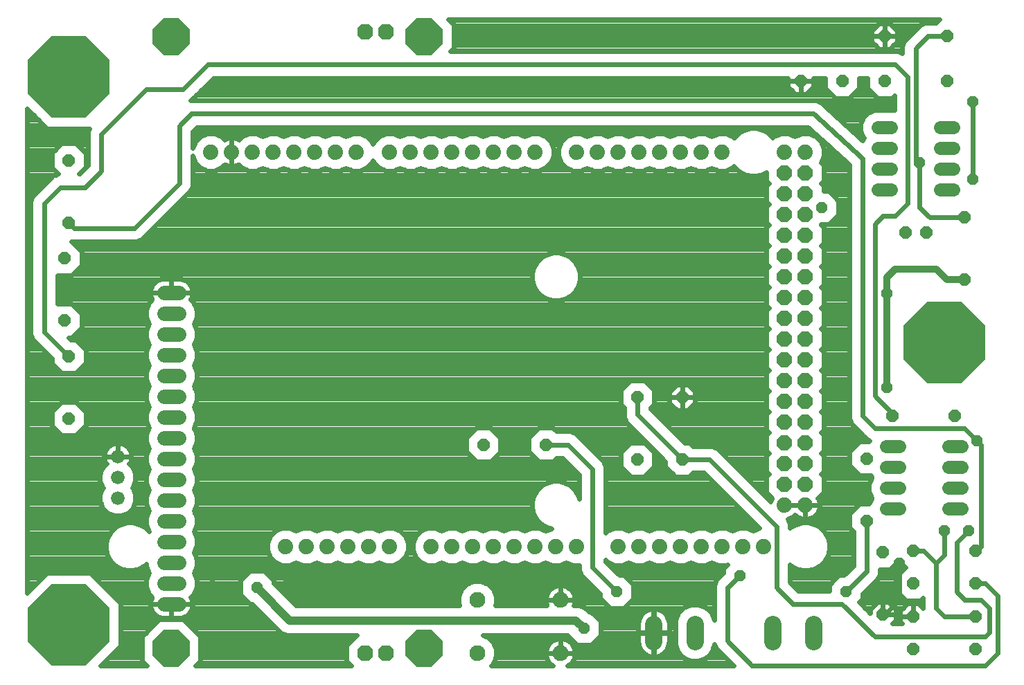
<source format=gbr>
G75*
%MOIN*%
%OFA0B0*%
%FSLAX25Y25*%
%IPPOS*%
%LPD*%
%AMOC8*
5,1,8,0,0,1.08239X$1,22.5*
%
%ADD10C,0.07600*%
%ADD11C,0.06350*%
%ADD12C,0.08350*%
%ADD13OC8,0.05906*%
%ADD14C,0.07400*%
%ADD15OC8,0.07400*%
%ADD16C,0.07000*%
%ADD17OC8,0.17717*%
%ADD18OC8,0.07600*%
%ADD19C,0.06600*%
%ADD20C,0.02400*%
%ADD21OC8,0.05600*%
%ADD22C,0.04000*%
%ADD23C,0.03200*%
%ADD24OC8,0.39370*%
D10*
X0252438Y0021885D03*
X0252438Y0047476D03*
X0292438Y0047476D03*
X0292438Y0021885D03*
D11*
X0449145Y0091531D02*
X0455494Y0091531D01*
X0455494Y0101531D02*
X0449145Y0101531D01*
X0449145Y0111531D02*
X0455494Y0111531D01*
X0455494Y0121531D02*
X0449145Y0121531D01*
X0479145Y0121531D02*
X0485494Y0121531D01*
X0485494Y0111531D02*
X0479145Y0111531D01*
X0479145Y0101531D02*
X0485494Y0101531D01*
X0485494Y0091531D02*
X0479145Y0091531D01*
X0481557Y0245074D02*
X0475208Y0245074D01*
X0475208Y0255074D02*
X0481557Y0255074D01*
X0481557Y0265074D02*
X0475208Y0265074D01*
X0475208Y0275074D02*
X0481557Y0275074D01*
X0451557Y0275074D02*
X0445208Y0275074D01*
X0445208Y0265074D02*
X0451557Y0265074D01*
X0451557Y0255074D02*
X0445208Y0255074D01*
X0445208Y0245074D02*
X0451557Y0245074D01*
D12*
X0414227Y0035902D02*
X0414227Y0027553D01*
X0394427Y0027553D02*
X0394427Y0035902D01*
X0357141Y0035902D02*
X0357141Y0027553D01*
X0337341Y0027553D02*
X0337341Y0035902D01*
D13*
X0439760Y0085625D03*
X0447635Y0070350D03*
X0462162Y0071098D03*
X0462162Y0055350D03*
X0462162Y0039602D03*
X0447635Y0040350D03*
X0462162Y0023854D03*
X0492162Y0023854D03*
X0492162Y0039602D03*
X0492162Y0055350D03*
X0492162Y0071098D03*
X0439760Y0115625D03*
X0452320Y0136058D03*
X0482320Y0136058D03*
X0487005Y0201767D03*
X0468383Y0224641D03*
X0458383Y0224641D03*
X0487005Y0231767D03*
X0478383Y0297476D03*
X0478383Y0319129D03*
X0448383Y0319129D03*
X0448383Y0297476D03*
X0428107Y0297476D03*
X0408107Y0297476D03*
X0351178Y0145153D03*
X0329524Y0145153D03*
X0329524Y0115153D03*
X0351178Y0115153D03*
X0285469Y0122279D03*
X0255469Y0122279D03*
X0055902Y0134838D03*
X0055902Y0164838D03*
X0053934Y0182082D03*
X0053934Y0212082D03*
X0055902Y0229326D03*
X0055902Y0259326D03*
D14*
X0124312Y0263224D03*
X0134312Y0263224D03*
X0144312Y0263224D03*
X0154312Y0263224D03*
X0164312Y0263224D03*
X0174312Y0263224D03*
X0184312Y0263224D03*
X0194312Y0263224D03*
X0210312Y0263224D03*
X0220312Y0263224D03*
X0230312Y0263224D03*
X0240312Y0263224D03*
X0250312Y0263224D03*
X0260312Y0263224D03*
X0270312Y0263224D03*
X0280312Y0263224D03*
X0300312Y0263224D03*
X0310312Y0263224D03*
X0320312Y0263224D03*
X0330312Y0263224D03*
X0340312Y0263224D03*
X0350312Y0263224D03*
X0360312Y0263224D03*
X0370312Y0263224D03*
X0400312Y0263224D03*
X0410312Y0263224D03*
X0410312Y0093224D03*
X0400312Y0093224D03*
X0390312Y0073224D03*
X0380312Y0073224D03*
X0370312Y0073224D03*
X0360312Y0073224D03*
X0350312Y0073224D03*
X0340312Y0073224D03*
X0330312Y0073224D03*
X0320312Y0073224D03*
X0300312Y0073224D03*
X0290312Y0073224D03*
X0280312Y0073224D03*
X0270312Y0073224D03*
X0260312Y0073224D03*
X0250312Y0073224D03*
X0240312Y0073224D03*
X0230312Y0073224D03*
X0210312Y0073224D03*
X0200312Y0073224D03*
X0190312Y0073224D03*
X0180312Y0073224D03*
X0170312Y0073224D03*
X0160312Y0073224D03*
D15*
X0400312Y0103224D03*
X0410312Y0103224D03*
X0410312Y0113224D03*
X0400312Y0113224D03*
X0400312Y0123224D03*
X0410312Y0123224D03*
X0410312Y0133224D03*
X0410312Y0143224D03*
X0400312Y0143224D03*
X0400312Y0133224D03*
X0400312Y0153224D03*
X0410312Y0153224D03*
X0410312Y0163224D03*
X0400312Y0163224D03*
X0400312Y0173224D03*
X0400312Y0183224D03*
X0410312Y0183224D03*
X0410312Y0173224D03*
X0410312Y0193224D03*
X0400312Y0193224D03*
X0400312Y0203224D03*
X0410312Y0203224D03*
X0410312Y0213224D03*
X0400312Y0213224D03*
X0400312Y0223224D03*
X0400312Y0233224D03*
X0410312Y0233224D03*
X0410312Y0223224D03*
X0410312Y0243224D03*
X0400312Y0243224D03*
X0400312Y0253224D03*
X0410312Y0253224D03*
D16*
X0108772Y0195507D02*
X0101772Y0195507D01*
X0101772Y0185507D02*
X0108772Y0185507D01*
X0108772Y0175507D02*
X0101772Y0175507D01*
X0101772Y0165507D02*
X0108772Y0165507D01*
X0108772Y0155507D02*
X0101772Y0155507D01*
X0101772Y0145507D02*
X0108772Y0145507D01*
X0108772Y0135507D02*
X0101772Y0135507D01*
X0101772Y0125507D02*
X0108772Y0125507D01*
X0108772Y0115507D02*
X0101772Y0115507D01*
X0101772Y0105507D02*
X0108772Y0105507D01*
X0108772Y0095507D02*
X0101772Y0095507D01*
X0101772Y0085507D02*
X0108772Y0085507D01*
X0108772Y0075507D02*
X0101772Y0075507D01*
X0101772Y0065507D02*
X0108772Y0065507D01*
X0108772Y0055507D02*
X0101772Y0055507D01*
X0101772Y0045507D02*
X0108772Y0045507D01*
D17*
X0105272Y0024011D03*
X0227005Y0024011D03*
X0227005Y0318972D03*
X0105272Y0318972D03*
D18*
X0198540Y0321098D03*
X0208540Y0321098D03*
X0208540Y0021885D03*
X0198540Y0021885D03*
D19*
X0079524Y0096531D03*
X0079524Y0106531D03*
X0079524Y0116531D03*
D20*
X0079524Y0123031D01*
X0079098Y0123031D01*
X0078253Y0122919D01*
X0077430Y0122699D01*
X0076643Y0122373D01*
X0075905Y0121947D01*
X0075229Y0121428D01*
X0074627Y0120826D01*
X0074108Y0120150D01*
X0073682Y0119412D01*
X0073356Y0118625D01*
X0073135Y0117802D01*
X0073024Y0116957D01*
X0073024Y0116531D01*
X0079524Y0116531D01*
X0079524Y0116531D01*
X0079524Y0116531D01*
X0079524Y0123031D01*
X0079950Y0123031D01*
X0080795Y0122919D01*
X0081618Y0122699D01*
X0082405Y0122373D01*
X0083143Y0121947D01*
X0083819Y0121428D01*
X0084422Y0120826D01*
X0084940Y0120150D01*
X0085366Y0119412D01*
X0085693Y0118625D01*
X0085913Y0117802D01*
X0086024Y0116957D01*
X0086024Y0116531D01*
X0079524Y0116531D01*
X0073024Y0116531D01*
X0073024Y0116105D01*
X0073135Y0115260D01*
X0073356Y0114437D01*
X0073682Y0113650D01*
X0074026Y0113054D01*
X0072318Y0111346D01*
X0071024Y0108221D01*
X0071024Y0104840D01*
X0072318Y0101716D01*
X0072503Y0101531D01*
X0072318Y0101346D01*
X0071024Y0098221D01*
X0071024Y0094840D01*
X0072318Y0091716D01*
X0074709Y0089325D01*
X0077834Y0088031D01*
X0081215Y0088031D01*
X0084339Y0089325D01*
X0086730Y0091716D01*
X0088024Y0094840D01*
X0088024Y0098221D01*
X0086730Y0101346D01*
X0086545Y0101531D01*
X0086730Y0101716D01*
X0088024Y0104840D01*
X0088024Y0108221D01*
X0086730Y0111346D01*
X0085022Y0113054D01*
X0085366Y0113650D01*
X0085693Y0114437D01*
X0085913Y0115260D01*
X0086024Y0116105D01*
X0086024Y0116531D01*
X0079524Y0116531D01*
X0079524Y0116531D01*
X0079524Y0118007D02*
X0079524Y0118007D01*
X0079524Y0120406D02*
X0079524Y0120406D01*
X0079524Y0122804D02*
X0079524Y0122804D01*
X0077823Y0122804D02*
X0036012Y0122804D01*
X0036012Y0120406D02*
X0074304Y0120406D01*
X0073191Y0118007D02*
X0036012Y0118007D01*
X0036012Y0115609D02*
X0073090Y0115609D01*
X0073936Y0113210D02*
X0036012Y0113210D01*
X0036012Y0110811D02*
X0072097Y0110811D01*
X0071104Y0108413D02*
X0036012Y0108413D01*
X0036012Y0106014D02*
X0071024Y0106014D01*
X0071531Y0103616D02*
X0036012Y0103616D01*
X0036012Y0101217D02*
X0072265Y0101217D01*
X0071272Y0098819D02*
X0036012Y0098819D01*
X0036012Y0096420D02*
X0071024Y0096420D01*
X0071363Y0094022D02*
X0036012Y0094022D01*
X0036012Y0091623D02*
X0072411Y0091623D01*
X0074950Y0089225D02*
X0036012Y0089225D01*
X0036012Y0086826D02*
X0093072Y0086826D01*
X0093072Y0087238D02*
X0093072Y0083777D01*
X0094397Y0080579D01*
X0094469Y0080507D01*
X0094397Y0080435D01*
X0094387Y0080411D01*
X0092372Y0082425D01*
X0089750Y0083939D01*
X0086826Y0084723D01*
X0083798Y0084723D01*
X0080873Y0083939D01*
X0078251Y0082425D01*
X0076110Y0080284D01*
X0074596Y0077662D01*
X0073812Y0074738D01*
X0073812Y0071710D01*
X0074596Y0068785D01*
X0076110Y0066163D01*
X0078251Y0064022D01*
X0080873Y0062508D01*
X0083798Y0061724D01*
X0086826Y0061724D01*
X0089750Y0062508D01*
X0092372Y0064022D01*
X0093072Y0064722D01*
X0093072Y0063777D01*
X0094397Y0060579D01*
X0094469Y0060507D01*
X0094397Y0060435D01*
X0093072Y0057238D01*
X0093072Y0053777D01*
X0094397Y0050579D01*
X0096024Y0048951D01*
X0095750Y0048477D01*
X0095414Y0047665D01*
X0095187Y0046817D01*
X0095072Y0045946D01*
X0095072Y0045507D01*
X0095072Y0045068D01*
X0095187Y0044197D01*
X0095414Y0043349D01*
X0095750Y0042537D01*
X0096190Y0041777D01*
X0096724Y0041080D01*
X0097345Y0040459D01*
X0098042Y0039924D01*
X0098803Y0039485D01*
X0099614Y0039149D01*
X0100462Y0038922D01*
X0101333Y0038807D01*
X0105272Y0038807D01*
X0105272Y0045507D01*
X0095072Y0045507D01*
X0105272Y0045507D01*
X0105272Y0045507D01*
X0105272Y0045507D01*
X0105272Y0038807D01*
X0109211Y0038807D01*
X0110082Y0038922D01*
X0110931Y0039149D01*
X0111742Y0039485D01*
X0112503Y0039924D01*
X0113199Y0040459D01*
X0113820Y0041080D01*
X0114355Y0041777D01*
X0114794Y0042537D01*
X0115130Y0043349D01*
X0115358Y0044197D01*
X0115472Y0045068D01*
X0115472Y0045507D01*
X0105272Y0045507D01*
X0105272Y0045507D01*
X0115472Y0045507D01*
X0115472Y0045946D01*
X0115358Y0046817D01*
X0115130Y0047665D01*
X0114794Y0048477D01*
X0114520Y0048951D01*
X0116148Y0050579D01*
X0117472Y0053777D01*
X0117472Y0057238D01*
X0116148Y0060435D01*
X0116076Y0060507D01*
X0116148Y0060579D01*
X0117472Y0063777D01*
X0117472Y0067238D01*
X0116148Y0070435D01*
X0116076Y0070507D01*
X0116148Y0070579D01*
X0117472Y0073777D01*
X0117472Y0077238D01*
X0116148Y0080435D01*
X0116076Y0080507D01*
X0116148Y0080579D01*
X0117472Y0083777D01*
X0117472Y0087238D01*
X0116148Y0090435D01*
X0116076Y0090507D01*
X0116148Y0090579D01*
X0117472Y0093777D01*
X0117472Y0097238D01*
X0116148Y0100435D01*
X0116076Y0100507D01*
X0116148Y0100579D01*
X0117472Y0103777D01*
X0117472Y0107238D01*
X0116148Y0110435D01*
X0116076Y0110507D01*
X0116148Y0110579D01*
X0117472Y0113777D01*
X0117472Y0117238D01*
X0116148Y0120435D01*
X0116076Y0120507D01*
X0116148Y0120579D01*
X0117472Y0123777D01*
X0117472Y0127238D01*
X0116148Y0130435D01*
X0116076Y0130507D01*
X0116148Y0130579D01*
X0117472Y0133777D01*
X0117472Y0137238D01*
X0116148Y0140435D01*
X0116076Y0140507D01*
X0116148Y0140579D01*
X0117472Y0143777D01*
X0117472Y0147238D01*
X0116148Y0150435D01*
X0116076Y0150507D01*
X0116148Y0150579D01*
X0117472Y0153777D01*
X0117472Y0157238D01*
X0116148Y0160435D01*
X0116076Y0160507D01*
X0116148Y0160579D01*
X0117472Y0163777D01*
X0117472Y0167238D01*
X0116148Y0170435D01*
X0116076Y0170507D01*
X0116148Y0170579D01*
X0117472Y0173777D01*
X0117472Y0177238D01*
X0116148Y0180435D01*
X0116076Y0180507D01*
X0116148Y0180579D01*
X0117472Y0183777D01*
X0117472Y0187238D01*
X0116148Y0190435D01*
X0114520Y0192063D01*
X0114794Y0192537D01*
X0115130Y0193349D01*
X0115358Y0194197D01*
X0115472Y0195068D01*
X0115472Y0195507D01*
X0105272Y0195507D01*
X0095072Y0195507D01*
X0095072Y0195068D01*
X0095187Y0194197D01*
X0095414Y0193349D01*
X0095750Y0192537D01*
X0096024Y0192063D01*
X0094397Y0190435D01*
X0093072Y0187238D01*
X0093072Y0183777D01*
X0094397Y0180579D01*
X0094469Y0180507D01*
X0094397Y0180435D01*
X0093072Y0177238D01*
X0093072Y0173777D01*
X0094397Y0170579D01*
X0094469Y0170507D01*
X0094397Y0170435D01*
X0093072Y0167238D01*
X0093072Y0163777D01*
X0094397Y0160579D01*
X0094469Y0160507D01*
X0094397Y0160435D01*
X0093072Y0157238D01*
X0093072Y0153777D01*
X0094397Y0150579D01*
X0094469Y0150507D01*
X0094397Y0150435D01*
X0093072Y0147238D01*
X0093072Y0143777D01*
X0094397Y0140579D01*
X0094469Y0140507D01*
X0094397Y0140435D01*
X0093072Y0137238D01*
X0093072Y0133777D01*
X0094397Y0130579D01*
X0094469Y0130507D01*
X0094397Y0130435D01*
X0093072Y0127238D01*
X0093072Y0123777D01*
X0094397Y0120579D01*
X0094469Y0120507D01*
X0094397Y0120435D01*
X0093072Y0117238D01*
X0093072Y0113777D01*
X0094397Y0110579D01*
X0094469Y0110507D01*
X0094397Y0110435D01*
X0093072Y0107238D01*
X0093072Y0103777D01*
X0094397Y0100579D01*
X0094469Y0100507D01*
X0094397Y0100435D01*
X0093072Y0097238D01*
X0093072Y0093777D01*
X0094397Y0090579D01*
X0094469Y0090507D01*
X0094397Y0090435D01*
X0093072Y0087238D01*
X0093895Y0089225D02*
X0084098Y0089225D01*
X0086638Y0091623D02*
X0093964Y0091623D01*
X0093072Y0094022D02*
X0087685Y0094022D01*
X0088024Y0096420D02*
X0093072Y0096420D01*
X0093727Y0098819D02*
X0087777Y0098819D01*
X0086783Y0101217D02*
X0094132Y0101217D01*
X0093139Y0103616D02*
X0087517Y0103616D01*
X0088024Y0106014D02*
X0093072Y0106014D01*
X0093559Y0108413D02*
X0087945Y0108413D01*
X0086951Y0110811D02*
X0094300Y0110811D01*
X0093307Y0113210D02*
X0085113Y0113210D01*
X0085959Y0115609D02*
X0093072Y0115609D01*
X0093391Y0118007D02*
X0085858Y0118007D01*
X0084744Y0120406D02*
X0094385Y0120406D01*
X0093475Y0122804D02*
X0081226Y0122804D01*
X0093072Y0125203D02*
X0036012Y0125203D01*
X0036012Y0127601D02*
X0051609Y0127601D01*
X0052525Y0126685D02*
X0047749Y0131461D01*
X0047749Y0138215D01*
X0052525Y0142991D01*
X0059279Y0142991D01*
X0064055Y0138215D01*
X0064055Y0131461D01*
X0059279Y0126685D01*
X0052525Y0126685D01*
X0049211Y0130000D02*
X0036012Y0130000D01*
X0036012Y0132398D02*
X0047749Y0132398D01*
X0047749Y0134797D02*
X0036012Y0134797D01*
X0036012Y0137195D02*
X0047749Y0137195D01*
X0049128Y0139594D02*
X0036012Y0139594D01*
X0036012Y0141992D02*
X0051527Y0141992D01*
X0060278Y0141992D02*
X0093811Y0141992D01*
X0094048Y0139594D02*
X0062676Y0139594D01*
X0064055Y0137195D02*
X0093072Y0137195D01*
X0093072Y0134797D02*
X0064055Y0134797D01*
X0064055Y0132398D02*
X0093643Y0132398D01*
X0094216Y0130000D02*
X0062594Y0130000D01*
X0060195Y0127601D02*
X0093223Y0127601D01*
X0093072Y0144391D02*
X0036012Y0144391D01*
X0036012Y0146789D02*
X0093072Y0146789D01*
X0093880Y0149188D02*
X0036012Y0149188D01*
X0036012Y0151586D02*
X0093980Y0151586D01*
X0093072Y0153985D02*
X0036012Y0153985D01*
X0036012Y0156383D02*
X0093072Y0156383D01*
X0093712Y0158782D02*
X0061376Y0158782D01*
X0059279Y0156685D02*
X0052525Y0156685D01*
X0047749Y0161461D01*
X0047749Y0163940D01*
X0038666Y0173023D01*
X0037691Y0175376D01*
X0037691Y0239694D01*
X0038666Y0242046D01*
X0040466Y0243846D01*
X0048340Y0251720D01*
X0050692Y0252694D01*
X0051004Y0252694D01*
X0047749Y0255949D01*
X0047749Y0262703D01*
X0052525Y0267479D01*
X0059279Y0267479D01*
X0064055Y0262703D01*
X0064055Y0255949D01*
X0060800Y0252694D01*
X0061125Y0252694D01*
X0065250Y0256819D01*
X0065250Y0273158D01*
X0065831Y0274559D01*
X0045595Y0274559D01*
X0036012Y0284142D01*
X0036012Y0050967D01*
X0045595Y0060550D01*
X0066210Y0060550D01*
X0080787Y0045972D01*
X0080787Y0025357D01*
X0071204Y0015774D01*
X0093628Y0015774D01*
X0091214Y0018188D01*
X0091214Y0029834D01*
X0099449Y0038069D01*
X0111095Y0038069D01*
X0119331Y0029834D01*
X0119331Y0018188D01*
X0116917Y0015774D01*
X0191923Y0015774D01*
X0189540Y0018157D01*
X0189540Y0025613D01*
X0194360Y0030433D01*
X0160769Y0030433D01*
X0158123Y0031529D01*
X0144271Y0045381D01*
X0143140Y0045381D01*
X0138453Y0050067D01*
X0138453Y0056695D01*
X0143140Y0061381D01*
X0149767Y0061381D01*
X0154453Y0056695D01*
X0154453Y0055563D01*
X0165184Y0044833D01*
X0243791Y0044833D01*
X0243438Y0045685D01*
X0243438Y0049266D01*
X0244808Y0052574D01*
X0247340Y0055105D01*
X0250647Y0056476D01*
X0254228Y0056476D01*
X0257536Y0055105D01*
X0260067Y0052574D01*
X0261438Y0049266D01*
X0261438Y0045685D01*
X0261085Y0044833D01*
X0285955Y0044833D01*
X0285795Y0045221D01*
X0285557Y0046107D01*
X0285438Y0047017D01*
X0285438Y0047476D01*
X0292438Y0047476D01*
X0292438Y0047476D01*
X0292438Y0054476D01*
X0292896Y0054476D01*
X0293806Y0054356D01*
X0294693Y0054118D01*
X0295540Y0053767D01*
X0296335Y0053308D01*
X0297063Y0052750D01*
X0297712Y0052101D01*
X0298270Y0051373D01*
X0298729Y0050578D01*
X0299080Y0049730D01*
X0299318Y0048844D01*
X0299438Y0047934D01*
X0299438Y0047476D01*
X0292438Y0047476D01*
X0292438Y0047476D01*
X0292438Y0054476D01*
X0291979Y0054476D01*
X0291069Y0054356D01*
X0290183Y0054118D01*
X0289335Y0053767D01*
X0288540Y0053308D01*
X0287812Y0052750D01*
X0287163Y0052101D01*
X0286605Y0051373D01*
X0286146Y0050578D01*
X0285795Y0049730D01*
X0285557Y0048844D01*
X0285438Y0047934D01*
X0285438Y0047476D01*
X0292438Y0047476D01*
X0299438Y0047476D01*
X0299438Y0047017D01*
X0299318Y0046107D01*
X0299080Y0045221D01*
X0298920Y0044833D01*
X0301429Y0044833D01*
X0304075Y0043737D01*
X0306101Y0041712D01*
X0306116Y0041696D01*
X0307247Y0041696D01*
X0311934Y0037010D01*
X0311934Y0030382D01*
X0307247Y0025696D01*
X0300620Y0025696D01*
X0295934Y0030382D01*
X0295934Y0030433D01*
X0255319Y0030433D01*
X0257536Y0029515D01*
X0260067Y0026983D01*
X0261438Y0023675D01*
X0261438Y0020095D01*
X0260067Y0016787D01*
X0259055Y0015774D01*
X0289022Y0015774D01*
X0288540Y0016052D01*
X0287812Y0016611D01*
X0287163Y0017260D01*
X0286605Y0017988D01*
X0286146Y0018782D01*
X0285795Y0019630D01*
X0285557Y0020516D01*
X0285438Y0021426D01*
X0285438Y0021885D01*
X0292438Y0021885D01*
X0292438Y0021885D01*
X0299438Y0021885D01*
X0299438Y0022344D01*
X0299318Y0023254D01*
X0299080Y0024140D01*
X0298729Y0024988D01*
X0298270Y0025782D01*
X0297712Y0026510D01*
X0297063Y0027159D01*
X0296335Y0027718D01*
X0295540Y0028177D01*
X0294693Y0028528D01*
X0293806Y0028765D01*
X0292896Y0028885D01*
X0292438Y0028885D01*
X0292438Y0021885D01*
X0299438Y0021885D01*
X0299438Y0021426D01*
X0299318Y0020516D01*
X0299080Y0019630D01*
X0298729Y0018782D01*
X0298270Y0017988D01*
X0297712Y0017260D01*
X0297063Y0016611D01*
X0296335Y0016052D01*
X0295853Y0015774D01*
X0375797Y0015774D01*
X0367406Y0024165D01*
X0366516Y0026314D01*
X0366516Y0025688D01*
X0365088Y0022242D01*
X0362451Y0019605D01*
X0359006Y0018178D01*
X0355276Y0018178D01*
X0351830Y0019605D01*
X0349193Y0022242D01*
X0347766Y0025688D01*
X0347766Y0037767D01*
X0349193Y0041213D01*
X0351830Y0043850D01*
X0355276Y0045277D01*
X0359006Y0045277D01*
X0362451Y0043850D01*
X0365088Y0041213D01*
X0366431Y0037970D01*
X0366431Y0054654D01*
X0367406Y0057006D01*
X0369206Y0058807D01*
X0369206Y0058807D01*
X0370737Y0060338D01*
X0370737Y0062600D01*
X0372728Y0064591D01*
X0372082Y0064324D01*
X0368541Y0064324D01*
X0365312Y0065661D01*
X0362082Y0064324D01*
X0358541Y0064324D01*
X0355312Y0065661D01*
X0352082Y0064324D01*
X0348541Y0064324D01*
X0345312Y0065661D01*
X0342082Y0064324D01*
X0338541Y0064324D01*
X0335312Y0065661D01*
X0332082Y0064324D01*
X0328541Y0064324D01*
X0325312Y0065661D01*
X0322082Y0064324D01*
X0318541Y0064324D01*
X0315270Y0065679D01*
X0314271Y0066678D01*
X0314271Y0065875D01*
X0320733Y0059413D01*
X0322995Y0059413D01*
X0327682Y0054726D01*
X0327682Y0048099D01*
X0322995Y0043413D01*
X0316368Y0043413D01*
X0311682Y0048099D01*
X0311682Y0050362D01*
X0304245Y0057798D01*
X0302445Y0059598D01*
X0301471Y0061951D01*
X0301471Y0064324D01*
X0298541Y0064324D01*
X0295312Y0065661D01*
X0292082Y0064324D01*
X0288541Y0064324D01*
X0285312Y0065661D01*
X0282082Y0064324D01*
X0278541Y0064324D01*
X0275312Y0065661D01*
X0272082Y0064324D01*
X0268541Y0064324D01*
X0265312Y0065661D01*
X0262082Y0064324D01*
X0258541Y0064324D01*
X0255312Y0065661D01*
X0252082Y0064324D01*
X0248541Y0064324D01*
X0245312Y0065661D01*
X0242082Y0064324D01*
X0238541Y0064324D01*
X0235312Y0065661D01*
X0232082Y0064324D01*
X0228541Y0064324D01*
X0225270Y0065679D01*
X0222767Y0068182D01*
X0221412Y0071453D01*
X0221412Y0074994D01*
X0222767Y0078265D01*
X0225270Y0080769D01*
X0228541Y0082124D01*
X0232082Y0082124D01*
X0235312Y0080786D01*
X0238541Y0082124D01*
X0242082Y0082124D01*
X0245312Y0080786D01*
X0248541Y0082124D01*
X0252082Y0082124D01*
X0255312Y0080786D01*
X0258541Y0082124D01*
X0262082Y0082124D01*
X0265312Y0080786D01*
X0268541Y0082124D01*
X0272082Y0082124D01*
X0275312Y0080786D01*
X0278541Y0082124D01*
X0282082Y0082124D01*
X0285312Y0080786D01*
X0288057Y0081923D01*
X0285873Y0082508D01*
X0283251Y0084022D01*
X0281110Y0086163D01*
X0279596Y0088785D01*
X0278812Y0091710D01*
X0278812Y0094738D01*
X0279596Y0097662D01*
X0281110Y0100284D01*
X0283251Y0102425D01*
X0285873Y0103939D01*
X0288798Y0104723D01*
X0291826Y0104723D01*
X0294750Y0103939D01*
X0297372Y0102425D01*
X0299513Y0100284D01*
X0301027Y0097662D01*
X0301471Y0096007D01*
X0301471Y0107817D01*
X0293409Y0115879D01*
X0290599Y0115879D01*
X0288846Y0114126D01*
X0282092Y0114126D01*
X0277316Y0118902D01*
X0277316Y0125656D01*
X0282092Y0130431D01*
X0288846Y0130431D01*
X0290599Y0128679D01*
X0297333Y0128679D01*
X0299685Y0127704D01*
X0301485Y0125904D01*
X0313296Y0114093D01*
X0314271Y0111741D01*
X0314271Y0079769D01*
X0315270Y0080769D01*
X0318541Y0082124D01*
X0322082Y0082124D01*
X0325312Y0080786D01*
X0328541Y0082124D01*
X0332082Y0082124D01*
X0335312Y0080786D01*
X0338541Y0082124D01*
X0342082Y0082124D01*
X0345312Y0080786D01*
X0348541Y0082124D01*
X0352082Y0082124D01*
X0355312Y0080786D01*
X0358541Y0082124D01*
X0362082Y0082124D01*
X0365312Y0080786D01*
X0368541Y0082124D01*
X0372082Y0082124D01*
X0375312Y0080786D01*
X0378541Y0082124D01*
X0382082Y0082124D01*
X0385312Y0080786D01*
X0388291Y0082020D01*
X0361558Y0108753D01*
X0356308Y0108753D01*
X0354555Y0107000D01*
X0347801Y0107000D01*
X0343025Y0111776D01*
X0343025Y0114255D01*
X0324099Y0133181D01*
X0323124Y0135533D01*
X0323124Y0140023D01*
X0321372Y0141776D01*
X0321372Y0148530D01*
X0326147Y0153305D01*
X0332901Y0153305D01*
X0337677Y0148530D01*
X0337677Y0141776D01*
X0335924Y0140023D01*
X0335924Y0139457D01*
X0352076Y0123305D01*
X0354555Y0123305D01*
X0356308Y0121553D01*
X0365482Y0121553D01*
X0367835Y0120578D01*
X0393595Y0094818D01*
X0393764Y0095446D01*
X0394110Y0096282D01*
X0394314Y0096635D01*
X0391412Y0099537D01*
X0391412Y0106910D01*
X0392725Y0108224D01*
X0391412Y0109537D01*
X0391412Y0116910D01*
X0392725Y0118224D01*
X0391412Y0119537D01*
X0391412Y0126910D01*
X0392725Y0128224D01*
X0391412Y0129537D01*
X0391412Y0136910D01*
X0392725Y0138224D01*
X0391412Y0139537D01*
X0391412Y0146910D01*
X0392725Y0148224D01*
X0391412Y0149537D01*
X0391412Y0156910D01*
X0392725Y0158224D01*
X0391412Y0159537D01*
X0391412Y0166910D01*
X0392725Y0168224D01*
X0391412Y0169537D01*
X0391412Y0176910D01*
X0392725Y0178224D01*
X0391412Y0179537D01*
X0391412Y0186910D01*
X0392725Y0188224D01*
X0391412Y0189537D01*
X0391412Y0196910D01*
X0392725Y0198224D01*
X0391412Y0199537D01*
X0391412Y0206910D01*
X0392725Y0208224D01*
X0391412Y0209537D01*
X0391412Y0216910D01*
X0392725Y0218224D01*
X0391412Y0219537D01*
X0391412Y0226910D01*
X0392725Y0228224D01*
X0391412Y0229537D01*
X0391412Y0236910D01*
X0392725Y0238224D01*
X0391412Y0239537D01*
X0391412Y0246910D01*
X0392725Y0248224D01*
X0391412Y0249537D01*
X0391412Y0253467D01*
X0389750Y0252508D01*
X0386826Y0251724D01*
X0383798Y0251724D01*
X0380873Y0252508D01*
X0378251Y0254022D01*
X0376110Y0256163D01*
X0376010Y0256336D01*
X0375353Y0255679D01*
X0372082Y0254324D01*
X0368541Y0254324D01*
X0365312Y0255661D01*
X0362082Y0254324D01*
X0358541Y0254324D01*
X0355312Y0255661D01*
X0352082Y0254324D01*
X0348541Y0254324D01*
X0345312Y0255661D01*
X0342082Y0254324D01*
X0338541Y0254324D01*
X0335312Y0255661D01*
X0332082Y0254324D01*
X0328541Y0254324D01*
X0325312Y0255661D01*
X0322082Y0254324D01*
X0318541Y0254324D01*
X0315312Y0255661D01*
X0312082Y0254324D01*
X0308541Y0254324D01*
X0305312Y0255661D01*
X0302082Y0254324D01*
X0298541Y0254324D01*
X0295270Y0255679D01*
X0292767Y0258182D01*
X0291412Y0261453D01*
X0291412Y0264994D01*
X0292767Y0268265D01*
X0295270Y0270769D01*
X0298541Y0272124D01*
X0302082Y0272124D01*
X0305312Y0270786D01*
X0308541Y0272124D01*
X0312082Y0272124D01*
X0315312Y0270786D01*
X0318541Y0272124D01*
X0322082Y0272124D01*
X0325312Y0270786D01*
X0328541Y0272124D01*
X0332082Y0272124D01*
X0335312Y0270786D01*
X0338541Y0272124D01*
X0342082Y0272124D01*
X0345312Y0270786D01*
X0348541Y0272124D01*
X0352082Y0272124D01*
X0355312Y0270786D01*
X0358541Y0272124D01*
X0362082Y0272124D01*
X0365312Y0270786D01*
X0368541Y0272124D01*
X0372082Y0272124D01*
X0375353Y0270769D01*
X0376010Y0270112D01*
X0376110Y0270284D01*
X0378251Y0272425D01*
X0380873Y0273939D01*
X0383798Y0274723D01*
X0386826Y0274723D01*
X0389750Y0273939D01*
X0392372Y0272425D01*
X0394513Y0270284D01*
X0394613Y0270112D01*
X0395270Y0270769D01*
X0398541Y0272124D01*
X0402082Y0272124D01*
X0405312Y0270786D01*
X0408541Y0272124D01*
X0412082Y0272124D01*
X0415353Y0270769D01*
X0417857Y0268265D01*
X0419212Y0264994D01*
X0419212Y0261453D01*
X0417881Y0258241D01*
X0419212Y0256910D01*
X0419212Y0249537D01*
X0417898Y0248224D01*
X0419212Y0246910D01*
X0419212Y0244452D01*
X0421421Y0244452D01*
X0426107Y0239766D01*
X0426107Y0233138D01*
X0421421Y0228452D01*
X0418127Y0228452D01*
X0417898Y0228224D01*
X0419212Y0226910D01*
X0419212Y0219537D01*
X0417898Y0218224D01*
X0419212Y0216910D01*
X0419212Y0209537D01*
X0417898Y0208224D01*
X0419212Y0206910D01*
X0419212Y0199537D01*
X0417898Y0198224D01*
X0419212Y0196910D01*
X0419212Y0189537D01*
X0417898Y0188224D01*
X0419212Y0186910D01*
X0419212Y0179537D01*
X0417898Y0178224D01*
X0419212Y0176910D01*
X0419212Y0169537D01*
X0417898Y0168224D01*
X0419212Y0166910D01*
X0419212Y0159537D01*
X0417898Y0158224D01*
X0419212Y0156910D01*
X0419212Y0149537D01*
X0417898Y0148224D01*
X0419212Y0146910D01*
X0419212Y0139537D01*
X0417898Y0138224D01*
X0419212Y0136910D01*
X0419212Y0129537D01*
X0417898Y0128224D01*
X0419212Y0126910D01*
X0419212Y0119537D01*
X0417898Y0118224D01*
X0419212Y0116910D01*
X0419212Y0109537D01*
X0417898Y0108224D01*
X0419212Y0106910D01*
X0419212Y0099537D01*
X0416310Y0096635D01*
X0416513Y0096282D01*
X0416859Y0095446D01*
X0417094Y0094573D01*
X0417212Y0093676D01*
X0417212Y0093224D01*
X0410312Y0093224D01*
X0410312Y0093224D01*
X0417212Y0093224D01*
X0417212Y0092771D01*
X0417094Y0091875D01*
X0416859Y0091001D01*
X0416513Y0090165D01*
X0416061Y0089382D01*
X0415510Y0088664D01*
X0414871Y0088025D01*
X0414153Y0087474D01*
X0413370Y0087022D01*
X0412534Y0086676D01*
X0411661Y0086442D01*
X0410764Y0086324D01*
X0410312Y0086324D01*
X0410312Y0093223D01*
X0410312Y0093223D01*
X0410312Y0086324D01*
X0409859Y0086324D01*
X0408963Y0086442D01*
X0408089Y0086676D01*
X0407253Y0087022D01*
X0406470Y0087474D01*
X0405752Y0088025D01*
X0405312Y0088466D01*
X0404871Y0088025D01*
X0404153Y0087474D01*
X0403370Y0087022D01*
X0402534Y0086676D01*
X0401892Y0086504D01*
X0402853Y0084182D01*
X0402853Y0082028D01*
X0403251Y0082425D01*
X0405873Y0083939D01*
X0408798Y0084723D01*
X0411826Y0084723D01*
X0414750Y0083939D01*
X0417372Y0082425D01*
X0419513Y0080284D01*
X0421027Y0077662D01*
X0421811Y0074738D01*
X0421811Y0071710D01*
X0421027Y0068785D01*
X0419513Y0066163D01*
X0417372Y0064022D01*
X0414750Y0062508D01*
X0411826Y0061724D01*
X0408798Y0061724D01*
X0405873Y0062508D01*
X0403251Y0064022D01*
X0402853Y0064420D01*
X0402853Y0056032D01*
X0406978Y0051907D01*
X0421918Y0051907D01*
X0421918Y0054726D01*
X0426604Y0059413D01*
X0428867Y0059413D01*
X0433360Y0063906D01*
X0433360Y0080495D01*
X0431608Y0082248D01*
X0431608Y0089002D01*
X0436384Y0093778D01*
X0441011Y0093778D01*
X0442045Y0096275D01*
X0442301Y0096531D01*
X0442045Y0096787D01*
X0440770Y0099865D01*
X0440770Y0103197D01*
X0442045Y0106275D01*
X0442301Y0106531D01*
X0442045Y0106787D01*
X0441761Y0107472D01*
X0436384Y0107472D01*
X0431608Y0112248D01*
X0431608Y0119002D01*
X0436384Y0123778D01*
X0441011Y0123778D01*
X0441209Y0124256D01*
X0440072Y0124727D01*
X0438272Y0126527D01*
X0432366Y0132433D01*
X0431392Y0134785D01*
X0431392Y0257259D01*
X0411680Y0275328D01*
X0117608Y0275328D01*
X0115452Y0273171D01*
X0115452Y0265091D01*
X0116767Y0268265D01*
X0119270Y0270769D01*
X0122541Y0272124D01*
X0126082Y0272124D01*
X0129353Y0270769D01*
X0130900Y0269221D01*
X0131253Y0269425D01*
X0132089Y0269771D01*
X0132963Y0270006D01*
X0133859Y0270124D01*
X0134312Y0270124D01*
X0134312Y0263224D01*
X0134312Y0263224D01*
X0134312Y0270124D01*
X0134764Y0270124D01*
X0135661Y0270006D01*
X0136534Y0269771D01*
X0137370Y0269425D01*
X0137723Y0269221D01*
X0139270Y0270769D01*
X0142541Y0272124D01*
X0146082Y0272124D01*
X0149312Y0270786D01*
X0152541Y0272124D01*
X0156082Y0272124D01*
X0159312Y0270786D01*
X0162541Y0272124D01*
X0166082Y0272124D01*
X0169312Y0270786D01*
X0172541Y0272124D01*
X0176082Y0272124D01*
X0179312Y0270786D01*
X0182541Y0272124D01*
X0186082Y0272124D01*
X0189312Y0270786D01*
X0192541Y0272124D01*
X0196082Y0272124D01*
X0199353Y0270769D01*
X0201857Y0268265D01*
X0202312Y0267167D01*
X0202767Y0268265D01*
X0205270Y0270769D01*
X0208541Y0272124D01*
X0212082Y0272124D01*
X0215312Y0270786D01*
X0218541Y0272124D01*
X0222082Y0272124D01*
X0225312Y0270786D01*
X0228541Y0272124D01*
X0232082Y0272124D01*
X0235312Y0270786D01*
X0238541Y0272124D01*
X0242082Y0272124D01*
X0245312Y0270786D01*
X0248541Y0272124D01*
X0252082Y0272124D01*
X0255312Y0270786D01*
X0258541Y0272124D01*
X0262082Y0272124D01*
X0265312Y0270786D01*
X0268541Y0272124D01*
X0272082Y0272124D01*
X0275312Y0270786D01*
X0278541Y0272124D01*
X0282082Y0272124D01*
X0285353Y0270769D01*
X0287857Y0268265D01*
X0289212Y0264994D01*
X0289212Y0261453D01*
X0287857Y0258182D01*
X0285353Y0255679D01*
X0282082Y0254324D01*
X0278541Y0254324D01*
X0275312Y0255661D01*
X0272082Y0254324D01*
X0268541Y0254324D01*
X0265312Y0255661D01*
X0262082Y0254324D01*
X0258541Y0254324D01*
X0255312Y0255661D01*
X0252082Y0254324D01*
X0248541Y0254324D01*
X0245312Y0255661D01*
X0242082Y0254324D01*
X0238541Y0254324D01*
X0235312Y0255661D01*
X0232082Y0254324D01*
X0228541Y0254324D01*
X0225312Y0255661D01*
X0222082Y0254324D01*
X0218541Y0254324D01*
X0215312Y0255661D01*
X0212082Y0254324D01*
X0208541Y0254324D01*
X0205270Y0255679D01*
X0202767Y0258182D01*
X0202312Y0259281D01*
X0201857Y0258182D01*
X0199353Y0255679D01*
X0196082Y0254324D01*
X0192541Y0254324D01*
X0189312Y0255661D01*
X0186082Y0254324D01*
X0182541Y0254324D01*
X0179312Y0255661D01*
X0176082Y0254324D01*
X0172541Y0254324D01*
X0169312Y0255661D01*
X0166082Y0254324D01*
X0162541Y0254324D01*
X0159312Y0255661D01*
X0156082Y0254324D01*
X0152541Y0254324D01*
X0149312Y0255661D01*
X0146082Y0254324D01*
X0142541Y0254324D01*
X0139270Y0255679D01*
X0137723Y0257226D01*
X0137370Y0257022D01*
X0136534Y0256676D01*
X0135661Y0256442D01*
X0134764Y0256324D01*
X0134312Y0256324D01*
X0134312Y0263223D01*
X0134312Y0263223D01*
X0134312Y0256324D01*
X0133859Y0256324D01*
X0132963Y0256442D01*
X0132089Y0256676D01*
X0131253Y0257022D01*
X0130900Y0257226D01*
X0129353Y0255679D01*
X0126082Y0254324D01*
X0122541Y0254324D01*
X0119270Y0255679D01*
X0116767Y0258182D01*
X0115452Y0261356D01*
X0115452Y0246990D01*
X0114477Y0244638D01*
X0112677Y0242837D01*
X0091024Y0221184D01*
X0088671Y0220209D01*
X0057346Y0220209D01*
X0057329Y0220216D01*
X0062086Y0215459D01*
X0062086Y0208705D01*
X0057311Y0203929D01*
X0050557Y0203929D01*
X0050491Y0203995D01*
X0050491Y0190169D01*
X0050557Y0190235D01*
X0057311Y0190235D01*
X0062086Y0185459D01*
X0062086Y0178705D01*
X0057311Y0173929D01*
X0055862Y0173929D01*
X0056800Y0172991D01*
X0059279Y0172991D01*
X0064055Y0168215D01*
X0064055Y0161461D01*
X0059279Y0156685D01*
X0063774Y0161180D02*
X0094148Y0161180D01*
X0093154Y0163579D02*
X0064055Y0163579D01*
X0064055Y0165977D02*
X0093072Y0165977D01*
X0093544Y0168376D02*
X0063894Y0168376D01*
X0061495Y0170774D02*
X0094316Y0170774D01*
X0093322Y0173173D02*
X0056618Y0173173D01*
X0058953Y0175571D02*
X0093072Y0175571D01*
X0093376Y0177970D02*
X0061351Y0177970D01*
X0062086Y0180368D02*
X0094369Y0180368D01*
X0093491Y0182767D02*
X0062086Y0182767D01*
X0062086Y0185165D02*
X0093072Y0185165D01*
X0093207Y0187564D02*
X0059981Y0187564D01*
X0057583Y0189962D02*
X0094201Y0189962D01*
X0095852Y0192361D02*
X0050491Y0192361D01*
X0050491Y0194759D02*
X0095113Y0194759D01*
X0095072Y0195507D02*
X0105272Y0195507D01*
X0105272Y0195507D01*
X0105272Y0202207D01*
X0101333Y0202207D01*
X0100462Y0202092D01*
X0099614Y0201865D01*
X0098803Y0201529D01*
X0098042Y0201090D01*
X0097345Y0200555D01*
X0096724Y0199934D01*
X0096190Y0199237D01*
X0095750Y0198477D01*
X0095414Y0197665D01*
X0095187Y0196817D01*
X0095072Y0195946D01*
X0095072Y0195507D01*
X0095278Y0197158D02*
X0050491Y0197158D01*
X0050491Y0199556D02*
X0096434Y0199556D01*
X0099949Y0201955D02*
X0050491Y0201955D01*
X0057735Y0204353D02*
X0278812Y0204353D01*
X0278812Y0204738D02*
X0278812Y0201710D01*
X0279596Y0198785D01*
X0281110Y0196163D01*
X0283251Y0194022D01*
X0285873Y0192508D01*
X0288798Y0191724D01*
X0291826Y0191724D01*
X0294750Y0192508D01*
X0297372Y0194022D01*
X0299513Y0196163D01*
X0301027Y0198785D01*
X0301811Y0201710D01*
X0301811Y0204738D01*
X0301027Y0207662D01*
X0299513Y0210284D01*
X0297372Y0212425D01*
X0294750Y0213939D01*
X0291826Y0214723D01*
X0288798Y0214723D01*
X0285873Y0213939D01*
X0283251Y0212425D01*
X0281110Y0210284D01*
X0279596Y0207662D01*
X0278812Y0204738D01*
X0279352Y0206752D02*
X0060134Y0206752D01*
X0062086Y0209150D02*
X0280455Y0209150D01*
X0282375Y0211549D02*
X0062086Y0211549D01*
X0062086Y0213947D02*
X0285904Y0213947D01*
X0294719Y0213947D02*
X0391412Y0213947D01*
X0391412Y0211549D02*
X0298249Y0211549D01*
X0300168Y0209150D02*
X0391798Y0209150D01*
X0391412Y0206752D02*
X0301271Y0206752D01*
X0301811Y0204353D02*
X0391412Y0204353D01*
X0391412Y0201955D02*
X0301811Y0201955D01*
X0301234Y0199556D02*
X0391412Y0199556D01*
X0391659Y0197158D02*
X0300088Y0197158D01*
X0298110Y0194759D02*
X0391412Y0194759D01*
X0391412Y0192361D02*
X0294201Y0192361D01*
X0286422Y0192361D02*
X0114692Y0192361D01*
X0115432Y0194759D02*
X0282514Y0194759D01*
X0280536Y0197158D02*
X0115266Y0197158D01*
X0115358Y0196817D02*
X0115130Y0197665D01*
X0114794Y0198477D01*
X0114355Y0199237D01*
X0113820Y0199934D01*
X0113199Y0200555D01*
X0112503Y0201090D01*
X0111742Y0201529D01*
X0110931Y0201865D01*
X0110082Y0202092D01*
X0109211Y0202207D01*
X0105272Y0202207D01*
X0105272Y0195507D01*
X0105272Y0195507D01*
X0105272Y0195507D01*
X0115472Y0195507D01*
X0115472Y0195946D01*
X0115358Y0196817D01*
X0114110Y0199556D02*
X0279389Y0199556D01*
X0278812Y0201955D02*
X0110595Y0201955D01*
X0105272Y0201955D02*
X0105272Y0201955D01*
X0105272Y0199556D02*
X0105272Y0199556D01*
X0105272Y0197158D02*
X0105272Y0197158D01*
X0116344Y0189962D02*
X0391412Y0189962D01*
X0392065Y0187564D02*
X0117337Y0187564D01*
X0117472Y0185165D02*
X0391412Y0185165D01*
X0391412Y0182767D02*
X0117054Y0182767D01*
X0116176Y0180368D02*
X0391412Y0180368D01*
X0392471Y0177970D02*
X0117169Y0177970D01*
X0117472Y0175571D02*
X0391412Y0175571D01*
X0391412Y0173173D02*
X0117222Y0173173D01*
X0116229Y0170774D02*
X0391412Y0170774D01*
X0392573Y0168376D02*
X0117001Y0168376D01*
X0117472Y0165977D02*
X0391412Y0165977D01*
X0391412Y0163579D02*
X0117390Y0163579D01*
X0116397Y0161180D02*
X0391412Y0161180D01*
X0392167Y0158782D02*
X0116833Y0158782D01*
X0117472Y0156383D02*
X0391412Y0156383D01*
X0391412Y0153985D02*
X0117472Y0153985D01*
X0116565Y0151586D02*
X0324428Y0151586D01*
X0322029Y0149188D02*
X0116665Y0149188D01*
X0117472Y0146789D02*
X0321372Y0146789D01*
X0321372Y0144391D02*
X0117472Y0144391D01*
X0116733Y0141992D02*
X0321372Y0141992D01*
X0323124Y0139594D02*
X0116496Y0139594D01*
X0117472Y0137195D02*
X0323124Y0137195D01*
X0323429Y0134797D02*
X0117472Y0134797D01*
X0116901Y0132398D02*
X0324881Y0132398D01*
X0327280Y0130000D02*
X0289278Y0130000D01*
X0281660Y0130000D02*
X0259278Y0130000D01*
X0258846Y0130431D02*
X0252092Y0130431D01*
X0247316Y0125656D01*
X0247316Y0118902D01*
X0252092Y0114126D01*
X0258846Y0114126D01*
X0263622Y0118902D01*
X0263622Y0125656D01*
X0258846Y0130431D01*
X0261677Y0127601D02*
X0279262Y0127601D01*
X0277316Y0125203D02*
X0263622Y0125203D01*
X0263622Y0122804D02*
X0277316Y0122804D01*
X0277316Y0120406D02*
X0263622Y0120406D01*
X0262727Y0118007D02*
X0278211Y0118007D01*
X0280610Y0115609D02*
X0260329Y0115609D01*
X0250610Y0115609D02*
X0117472Y0115609D01*
X0117238Y0113210D02*
X0296077Y0113210D01*
X0293679Y0115609D02*
X0290329Y0115609D01*
X0285469Y0122279D02*
X0296060Y0122279D01*
X0307871Y0110468D01*
X0307871Y0063224D01*
X0319682Y0051413D01*
X0326762Y0055646D02*
X0366842Y0055646D01*
X0366431Y0053247D02*
X0327682Y0053247D01*
X0327682Y0050849D02*
X0366431Y0050849D01*
X0366431Y0048450D02*
X0327682Y0048450D01*
X0325635Y0046052D02*
X0366431Y0046052D01*
X0366431Y0043653D02*
X0362648Y0043653D01*
X0365046Y0041255D02*
X0366431Y0041255D01*
X0366431Y0038856D02*
X0366065Y0038856D01*
X0372831Y0027791D02*
X0384642Y0015980D01*
X0496847Y0015980D01*
X0502753Y0021885D01*
X0502753Y0049444D01*
X0496847Y0055350D01*
X0492162Y0055350D01*
X0487005Y0047476D02*
X0483068Y0051413D01*
X0483068Y0075035D01*
X0488973Y0080940D01*
X0494879Y0073066D02*
X0494879Y0122279D01*
X0492910Y0124247D01*
X0487005Y0130153D01*
X0443698Y0130153D01*
X0437792Y0136058D01*
X0437792Y0260074D01*
X0414170Y0281728D01*
X0114957Y0281728D01*
X0109052Y0275822D01*
X0109052Y0248263D01*
X0087398Y0226609D01*
X0058619Y0226609D01*
X0055902Y0229326D01*
X0058801Y0218745D02*
X0392204Y0218745D01*
X0391412Y0221143D02*
X0090925Y0221143D01*
X0093381Y0223542D02*
X0391412Y0223542D01*
X0391412Y0225940D02*
X0095780Y0225940D01*
X0098178Y0228339D02*
X0392610Y0228339D01*
X0391412Y0230737D02*
X0100577Y0230737D01*
X0102975Y0233136D02*
X0391412Y0233136D01*
X0391412Y0235534D02*
X0105374Y0235534D01*
X0107772Y0237933D02*
X0392434Y0237933D01*
X0391412Y0240331D02*
X0110171Y0240331D01*
X0112569Y0242730D02*
X0391412Y0242730D01*
X0391412Y0245128D02*
X0114681Y0245128D01*
X0115452Y0247527D02*
X0392028Y0247527D01*
X0391412Y0249925D02*
X0115452Y0249925D01*
X0115452Y0252324D02*
X0381561Y0252324D01*
X0377551Y0254722D02*
X0373044Y0254722D01*
X0367579Y0254722D02*
X0363044Y0254722D01*
X0357579Y0254722D02*
X0353044Y0254722D01*
X0347579Y0254722D02*
X0343044Y0254722D01*
X0337579Y0254722D02*
X0333044Y0254722D01*
X0327579Y0254722D02*
X0323044Y0254722D01*
X0317579Y0254722D02*
X0313044Y0254722D01*
X0307579Y0254722D02*
X0303044Y0254722D01*
X0297579Y0254722D02*
X0283044Y0254722D01*
X0286795Y0257121D02*
X0293828Y0257121D01*
X0292213Y0259519D02*
X0288411Y0259519D01*
X0289212Y0261918D02*
X0291412Y0261918D01*
X0291412Y0264316D02*
X0289212Y0264316D01*
X0288499Y0266715D02*
X0292124Y0266715D01*
X0293615Y0269113D02*
X0287009Y0269113D01*
X0283559Y0271512D02*
X0297064Y0271512D01*
X0303559Y0271512D02*
X0307064Y0271512D01*
X0313559Y0271512D02*
X0317064Y0271512D01*
X0323559Y0271512D02*
X0327064Y0271512D01*
X0333559Y0271512D02*
X0337064Y0271512D01*
X0343559Y0271512D02*
X0347064Y0271512D01*
X0353559Y0271512D02*
X0357064Y0271512D01*
X0363559Y0271512D02*
X0367064Y0271512D01*
X0373559Y0271512D02*
X0377337Y0271512D01*
X0380823Y0273910D02*
X0116191Y0273910D01*
X0115452Y0271512D02*
X0121064Y0271512D01*
X0117615Y0269113D02*
X0115452Y0269113D01*
X0115452Y0266715D02*
X0116124Y0266715D01*
X0116213Y0259519D02*
X0115452Y0259519D01*
X0115452Y0257121D02*
X0117828Y0257121D01*
X0115452Y0254722D02*
X0121579Y0254722D01*
X0127044Y0254722D02*
X0141579Y0254722D01*
X0137828Y0257121D02*
X0137541Y0257121D01*
X0134312Y0257121D02*
X0134312Y0257121D01*
X0134312Y0259519D02*
X0134312Y0259519D01*
X0134312Y0261918D02*
X0134312Y0261918D01*
X0134312Y0264316D02*
X0134312Y0264316D01*
X0134312Y0266715D02*
X0134312Y0266715D01*
X0134312Y0269113D02*
X0134312Y0269113D01*
X0141064Y0271512D02*
X0127559Y0271512D01*
X0130795Y0257121D02*
X0131082Y0257121D01*
X0147044Y0254722D02*
X0151579Y0254722D01*
X0157044Y0254722D02*
X0161579Y0254722D01*
X0167044Y0254722D02*
X0171579Y0254722D01*
X0177044Y0254722D02*
X0181579Y0254722D01*
X0187044Y0254722D02*
X0191579Y0254722D01*
X0197044Y0254722D02*
X0207579Y0254722D01*
X0203828Y0257121D02*
X0200795Y0257121D01*
X0201009Y0269113D02*
X0203615Y0269113D01*
X0207064Y0271512D02*
X0197559Y0271512D01*
X0191064Y0271512D02*
X0187559Y0271512D01*
X0181064Y0271512D02*
X0177559Y0271512D01*
X0171064Y0271512D02*
X0167559Y0271512D01*
X0161064Y0271512D02*
X0157559Y0271512D01*
X0151064Y0271512D02*
X0147559Y0271512D01*
X0125482Y0298950D02*
X0116446Y0289913D01*
X0114660Y0288128D01*
X0414031Y0288128D01*
X0415164Y0288177D01*
X0415299Y0288128D01*
X0415443Y0288128D01*
X0416491Y0287694D01*
X0417556Y0287306D01*
X0417662Y0287208D01*
X0417795Y0287153D01*
X0418597Y0286351D01*
X0437702Y0268838D01*
X0438108Y0269818D01*
X0438364Y0270074D01*
X0438108Y0270330D01*
X0436833Y0273408D01*
X0436833Y0276740D01*
X0438108Y0279818D01*
X0440464Y0282174D01*
X0443542Y0283449D01*
X0453046Y0283449D01*
X0453046Y0290609D01*
X0451760Y0289323D01*
X0445006Y0289323D01*
X0440230Y0294099D01*
X0440230Y0298950D01*
X0436260Y0298950D01*
X0436260Y0294099D01*
X0431484Y0289323D01*
X0424730Y0289323D01*
X0419954Y0294099D01*
X0419954Y0298950D01*
X0414260Y0298950D01*
X0414260Y0297476D01*
X0408107Y0297476D01*
X0408107Y0297476D01*
X0408107Y0297476D01*
X0401954Y0297476D01*
X0401954Y0298950D01*
X0125482Y0298950D01*
X0124428Y0297895D02*
X0401954Y0297895D01*
X0401954Y0297476D02*
X0401954Y0294927D01*
X0405558Y0291323D01*
X0408107Y0291323D01*
X0410655Y0291323D01*
X0414260Y0294927D01*
X0414260Y0297476D01*
X0408107Y0297476D01*
X0401954Y0297476D01*
X0401954Y0295497D02*
X0122030Y0295497D01*
X0119631Y0293098D02*
X0403783Y0293098D01*
X0408107Y0293098D02*
X0408107Y0293098D01*
X0408107Y0291323D02*
X0408107Y0297475D01*
X0408107Y0297475D01*
X0408107Y0291323D01*
X0408107Y0295497D02*
X0408107Y0295497D01*
X0412431Y0293098D02*
X0420954Y0293098D01*
X0419954Y0295497D02*
X0414260Y0295497D01*
X0414260Y0297895D02*
X0419954Y0297895D01*
X0423353Y0290700D02*
X0117233Y0290700D01*
X0114834Y0288301D02*
X0453046Y0288301D01*
X0453046Y0285903D02*
X0419086Y0285903D01*
X0421703Y0283504D02*
X0453046Y0283504D01*
X0443629Y0290700D02*
X0432861Y0290700D01*
X0435259Y0293098D02*
X0441230Y0293098D01*
X0440230Y0295497D02*
X0436260Y0295497D01*
X0436260Y0297895D02*
X0440230Y0297895D01*
X0453540Y0305350D02*
X0122831Y0305350D01*
X0111020Y0293539D01*
X0093304Y0293539D01*
X0071650Y0271885D01*
X0071650Y0254169D01*
X0063776Y0246294D01*
X0051965Y0246294D01*
X0044091Y0238420D01*
X0044091Y0176649D01*
X0055902Y0164838D01*
X0050429Y0158782D02*
X0036012Y0158782D01*
X0036012Y0161180D02*
X0048030Y0161180D01*
X0047749Y0163579D02*
X0036012Y0163579D01*
X0036012Y0165977D02*
X0045712Y0165977D01*
X0043313Y0168376D02*
X0036012Y0168376D01*
X0036012Y0170774D02*
X0040915Y0170774D01*
X0038604Y0173173D02*
X0036012Y0173173D01*
X0036012Y0175571D02*
X0037691Y0175571D01*
X0037691Y0177970D02*
X0036012Y0177970D01*
X0036012Y0180368D02*
X0037691Y0180368D01*
X0037691Y0182767D02*
X0036012Y0182767D01*
X0036012Y0185165D02*
X0037691Y0185165D01*
X0037691Y0187564D02*
X0036012Y0187564D01*
X0036012Y0189962D02*
X0037691Y0189962D01*
X0037691Y0192361D02*
X0036012Y0192361D01*
X0036012Y0194759D02*
X0037691Y0194759D01*
X0037691Y0197158D02*
X0036012Y0197158D01*
X0036012Y0199556D02*
X0037691Y0199556D01*
X0037691Y0201955D02*
X0036012Y0201955D01*
X0036012Y0204353D02*
X0037691Y0204353D01*
X0037691Y0206752D02*
X0036012Y0206752D01*
X0036012Y0209150D02*
X0037691Y0209150D01*
X0037691Y0211549D02*
X0036012Y0211549D01*
X0036012Y0213947D02*
X0037691Y0213947D01*
X0037691Y0216346D02*
X0036012Y0216346D01*
X0036012Y0218745D02*
X0037691Y0218745D01*
X0037691Y0221143D02*
X0036012Y0221143D01*
X0036012Y0223542D02*
X0037691Y0223542D01*
X0037691Y0225940D02*
X0036012Y0225940D01*
X0036012Y0228339D02*
X0037691Y0228339D01*
X0037691Y0230737D02*
X0036012Y0230737D01*
X0036012Y0233136D02*
X0037691Y0233136D01*
X0037691Y0235534D02*
X0036012Y0235534D01*
X0036012Y0237933D02*
X0037691Y0237933D01*
X0037955Y0240331D02*
X0036012Y0240331D01*
X0036012Y0242730D02*
X0039349Y0242730D01*
X0041748Y0245128D02*
X0036012Y0245128D01*
X0036012Y0247527D02*
X0044146Y0247527D01*
X0046545Y0249925D02*
X0036012Y0249925D01*
X0036012Y0252324D02*
X0049797Y0252324D01*
X0048976Y0254722D02*
X0036012Y0254722D01*
X0036012Y0257121D02*
X0047749Y0257121D01*
X0047749Y0259519D02*
X0036012Y0259519D01*
X0036012Y0261918D02*
X0047749Y0261918D01*
X0049363Y0264316D02*
X0036012Y0264316D01*
X0036012Y0266715D02*
X0051761Y0266715D01*
X0060043Y0266715D02*
X0065250Y0266715D01*
X0065250Y0269113D02*
X0036012Y0269113D01*
X0036012Y0271512D02*
X0065250Y0271512D01*
X0065562Y0273910D02*
X0036012Y0273910D01*
X0036012Y0276309D02*
X0043845Y0276309D01*
X0041446Y0278707D02*
X0036012Y0278707D01*
X0036012Y0281106D02*
X0039048Y0281106D01*
X0036649Y0283504D02*
X0036012Y0283504D01*
X0062442Y0264316D02*
X0065250Y0264316D01*
X0065250Y0261918D02*
X0064055Y0261918D01*
X0064055Y0259519D02*
X0065250Y0259519D01*
X0065250Y0257121D02*
X0064055Y0257121D01*
X0063153Y0254722D02*
X0062828Y0254722D01*
X0061199Y0216346D02*
X0391412Y0216346D01*
X0418419Y0218745D02*
X0431392Y0218745D01*
X0431392Y0221143D02*
X0419212Y0221143D01*
X0419212Y0223542D02*
X0431392Y0223542D01*
X0431392Y0225940D02*
X0419212Y0225940D01*
X0418013Y0228339D02*
X0431392Y0228339D01*
X0431392Y0230737D02*
X0423706Y0230737D01*
X0426104Y0233136D02*
X0431392Y0233136D01*
X0431392Y0235534D02*
X0426107Y0235534D01*
X0426107Y0237933D02*
X0431392Y0237933D01*
X0431392Y0240331D02*
X0425541Y0240331D01*
X0423143Y0242730D02*
X0431392Y0242730D01*
X0431392Y0245128D02*
X0419212Y0245128D01*
X0418595Y0247527D02*
X0431392Y0247527D01*
X0431392Y0249925D02*
X0419212Y0249925D01*
X0419212Y0252324D02*
X0431392Y0252324D01*
X0431392Y0254722D02*
X0419212Y0254722D01*
X0419001Y0257121D02*
X0431392Y0257121D01*
X0428926Y0259519D02*
X0418411Y0259519D01*
X0419212Y0261918D02*
X0426309Y0261918D01*
X0423693Y0264316D02*
X0419212Y0264316D01*
X0418499Y0266715D02*
X0421076Y0266715D01*
X0418460Y0269113D02*
X0417009Y0269113D01*
X0415843Y0271512D02*
X0413559Y0271512D01*
X0413227Y0273910D02*
X0389800Y0273910D01*
X0393286Y0271512D02*
X0397064Y0271512D01*
X0403559Y0271512D02*
X0407064Y0271512D01*
X0424320Y0281106D02*
X0439396Y0281106D01*
X0437648Y0278707D02*
X0426936Y0278707D01*
X0429553Y0276309D02*
X0436833Y0276309D01*
X0436833Y0273910D02*
X0432169Y0273910D01*
X0434786Y0271512D02*
X0437618Y0271512D01*
X0437816Y0269113D02*
X0437402Y0269113D01*
X0463383Y0260074D02*
X0465351Y0258106D01*
X0465351Y0236452D01*
X0470036Y0231767D01*
X0487005Y0231767D01*
X0490942Y0250231D02*
X0490942Y0287633D01*
X0459446Y0299444D02*
X0453540Y0305350D01*
X0459446Y0299444D02*
X0459446Y0238420D01*
X0453540Y0232515D01*
X0447635Y0232515D01*
X0443698Y0228578D01*
X0443698Y0145901D01*
X0452320Y0137279D01*
X0452320Y0136058D01*
X0439597Y0125203D02*
X0419212Y0125203D01*
X0419212Y0122804D02*
X0435410Y0122804D01*
X0433011Y0120406D02*
X0419212Y0120406D01*
X0418115Y0118007D02*
X0431608Y0118007D01*
X0431608Y0115609D02*
X0419212Y0115609D01*
X0419212Y0113210D02*
X0431608Y0113210D01*
X0433044Y0110811D02*
X0419212Y0110811D01*
X0418088Y0108413D02*
X0435443Y0108413D01*
X0441937Y0106014D02*
X0419212Y0106014D01*
X0419212Y0103616D02*
X0440944Y0103616D01*
X0440770Y0101217D02*
X0419212Y0101217D01*
X0418493Y0098819D02*
X0441203Y0098819D01*
X0442191Y0096420D02*
X0416433Y0096420D01*
X0417166Y0094022D02*
X0441112Y0094022D01*
X0434229Y0091623D02*
X0417026Y0091623D01*
X0415941Y0089225D02*
X0431830Y0089225D01*
X0431608Y0086826D02*
X0412898Y0086826D01*
X0412926Y0084428D02*
X0431608Y0084428D01*
X0431827Y0082029D02*
X0417768Y0082029D01*
X0419891Y0079631D02*
X0433360Y0079631D01*
X0433360Y0077232D02*
X0421142Y0077232D01*
X0421785Y0074834D02*
X0433360Y0074834D01*
X0433360Y0072435D02*
X0421811Y0072435D01*
X0421363Y0070037D02*
X0433360Y0070037D01*
X0433360Y0067638D02*
X0420365Y0067638D01*
X0418590Y0065240D02*
X0433360Y0065240D01*
X0432296Y0062841D02*
X0415327Y0062841D01*
X0425236Y0058044D02*
X0402853Y0058044D01*
X0402853Y0060443D02*
X0429897Y0060443D01*
X0422837Y0055646D02*
X0403240Y0055646D01*
X0405638Y0053247D02*
X0421918Y0053247D01*
X0429918Y0051413D02*
X0439760Y0061255D01*
X0439760Y0085625D01*
X0455272Y0066458D02*
X0458506Y0063224D01*
X0454009Y0058727D01*
X0454009Y0051973D01*
X0458785Y0047197D01*
X0465539Y0047197D01*
X0466825Y0048483D01*
X0466825Y0043640D01*
X0464711Y0045754D01*
X0462162Y0045754D01*
X0459614Y0045754D01*
X0456009Y0042150D01*
X0456009Y0039602D01*
X0462162Y0039602D01*
X0462162Y0045754D01*
X0462162Y0039602D01*
X0462162Y0039602D01*
X0462162Y0039602D01*
X0456009Y0039602D01*
X0456009Y0037053D01*
X0456903Y0036159D01*
X0452145Y0036159D01*
X0453787Y0037801D01*
X0453787Y0040350D01*
X0453787Y0042898D01*
X0450183Y0046502D01*
X0447635Y0046502D01*
X0447635Y0040350D01*
X0453787Y0040350D01*
X0447635Y0040350D01*
X0447635Y0040350D01*
X0447634Y0040350D01*
X0447634Y0046502D01*
X0445086Y0046502D01*
X0441482Y0042898D01*
X0441482Y0041026D01*
X0436163Y0046344D01*
X0437918Y0048099D01*
X0437918Y0050362D01*
X0445186Y0057630D01*
X0446160Y0059982D01*
X0446160Y0062197D01*
X0451011Y0062197D01*
X0455272Y0066458D01*
X0455509Y0065192D02*
X0455509Y0047476D01*
X0448383Y0040350D01*
X0447635Y0040350D01*
X0447634Y0041255D02*
X0447635Y0041255D01*
X0447634Y0043653D02*
X0447635Y0043653D01*
X0447634Y0046052D02*
X0447635Y0046052D01*
X0450634Y0046052D02*
X0466825Y0046052D01*
X0466792Y0048450D02*
X0466825Y0048450D01*
X0466812Y0043653D02*
X0466825Y0043653D01*
X0462162Y0043653D02*
X0462162Y0043653D01*
X0462162Y0041255D02*
X0462162Y0041255D01*
X0457512Y0043653D02*
X0453032Y0043653D01*
X0453787Y0041255D02*
X0456009Y0041255D01*
X0456009Y0038856D02*
X0453787Y0038856D01*
X0452444Y0036458D02*
X0456605Y0036458D01*
X0457532Y0048450D02*
X0437918Y0048450D01*
X0438405Y0050849D02*
X0455133Y0050849D01*
X0454009Y0053247D02*
X0440804Y0053247D01*
X0443202Y0055646D02*
X0454009Y0055646D01*
X0454009Y0058044D02*
X0445358Y0058044D01*
X0446160Y0060443D02*
X0455726Y0060443D01*
X0458124Y0062841D02*
X0451656Y0062841D01*
X0454054Y0065240D02*
X0456490Y0065240D01*
X0462162Y0071098D02*
X0467320Y0071098D01*
X0473225Y0065192D01*
X0477162Y0069129D01*
X0477162Y0080940D01*
X0492162Y0071098D02*
X0492910Y0071098D01*
X0494879Y0073066D01*
X0473225Y0065192D02*
X0473225Y0043539D01*
X0477162Y0039602D01*
X0492162Y0039602D01*
X0498816Y0043539D02*
X0494879Y0047476D01*
X0487005Y0047476D01*
X0498816Y0043539D02*
X0498816Y0031728D01*
X0496847Y0029759D01*
X0443698Y0029759D01*
X0427949Y0045507D01*
X0404327Y0045507D01*
X0396453Y0053381D01*
X0396453Y0082909D01*
X0364209Y0115153D01*
X0351178Y0115153D01*
X0329524Y0136806D01*
X0329524Y0145153D01*
X0337019Y0149188D02*
X0346511Y0149188D01*
X0345025Y0147701D02*
X0345025Y0145153D01*
X0351178Y0145153D01*
X0351178Y0145153D01*
X0351178Y0151305D01*
X0353726Y0151305D01*
X0357331Y0147701D01*
X0357331Y0145153D01*
X0351178Y0145153D01*
X0351178Y0145153D01*
X0351178Y0151305D01*
X0348629Y0151305D01*
X0345025Y0147701D01*
X0345025Y0146789D02*
X0337677Y0146789D01*
X0337677Y0144391D02*
X0345025Y0144391D01*
X0345025Y0145153D02*
X0345025Y0142604D01*
X0348629Y0139000D01*
X0351178Y0139000D01*
X0353726Y0139000D01*
X0357331Y0142604D01*
X0357331Y0145153D01*
X0351178Y0145153D01*
X0351178Y0145153D01*
X0351178Y0139000D01*
X0351178Y0145153D01*
X0351178Y0145153D01*
X0345025Y0145153D01*
X0345637Y0141992D02*
X0337677Y0141992D01*
X0335924Y0139594D02*
X0348036Y0139594D01*
X0351178Y0139594D02*
X0351178Y0139594D01*
X0351178Y0141992D02*
X0351178Y0141992D01*
X0351178Y0144391D02*
X0351178Y0144391D01*
X0351178Y0146789D02*
X0351178Y0146789D01*
X0351178Y0149188D02*
X0351178Y0149188D01*
X0355844Y0149188D02*
X0391761Y0149188D01*
X0391412Y0151586D02*
X0334621Y0151586D01*
X0338186Y0137195D02*
X0391697Y0137195D01*
X0391412Y0134797D02*
X0340585Y0134797D01*
X0342983Y0132398D02*
X0391412Y0132398D01*
X0391412Y0130000D02*
X0345382Y0130000D01*
X0347780Y0127601D02*
X0392103Y0127601D01*
X0391412Y0125203D02*
X0350179Y0125203D01*
X0355056Y0122804D02*
X0391412Y0122804D01*
X0391412Y0120406D02*
X0368007Y0120406D01*
X0370406Y0118007D02*
X0392509Y0118007D01*
X0391412Y0115609D02*
X0372805Y0115609D01*
X0375203Y0113210D02*
X0391412Y0113210D01*
X0391412Y0110811D02*
X0377602Y0110811D01*
X0380000Y0108413D02*
X0392536Y0108413D01*
X0391412Y0106014D02*
X0382399Y0106014D01*
X0384797Y0103616D02*
X0391412Y0103616D01*
X0391412Y0101217D02*
X0387196Y0101217D01*
X0389594Y0098819D02*
X0392130Y0098819D01*
X0391993Y0096420D02*
X0394190Y0096420D01*
X0400312Y0093224D02*
X0410312Y0093224D01*
X0410312Y0093224D01*
X0403412Y0093224D01*
X0400312Y0093224D01*
X0400312Y0093224D01*
X0402898Y0086826D02*
X0407725Y0086826D01*
X0407697Y0084428D02*
X0402751Y0084428D01*
X0402853Y0082029D02*
X0402855Y0082029D01*
X0410312Y0086826D02*
X0410312Y0086826D01*
X0410312Y0089225D02*
X0410312Y0089225D01*
X0410312Y0091623D02*
X0410312Y0091623D01*
X0388282Y0082029D02*
X0382310Y0082029D01*
X0378314Y0082029D02*
X0372310Y0082029D01*
X0368314Y0082029D02*
X0362310Y0082029D01*
X0358314Y0082029D02*
X0352310Y0082029D01*
X0348314Y0082029D02*
X0342310Y0082029D01*
X0338314Y0082029D02*
X0332310Y0082029D01*
X0328314Y0082029D02*
X0322310Y0082029D01*
X0318314Y0082029D02*
X0314271Y0082029D01*
X0314271Y0084428D02*
X0385883Y0084428D01*
X0383485Y0086826D02*
X0314271Y0086826D01*
X0314271Y0089225D02*
X0381086Y0089225D01*
X0378688Y0091623D02*
X0314271Y0091623D01*
X0314271Y0094022D02*
X0376289Y0094022D01*
X0373891Y0096420D02*
X0314271Y0096420D01*
X0314271Y0098819D02*
X0371492Y0098819D01*
X0369094Y0101217D02*
X0314271Y0101217D01*
X0314271Y0103616D02*
X0366695Y0103616D01*
X0364297Y0106014D02*
X0314271Y0106014D01*
X0314271Y0108413D02*
X0324734Y0108413D01*
X0326147Y0107000D02*
X0321372Y0111776D01*
X0321372Y0118530D01*
X0326147Y0123305D01*
X0332901Y0123305D01*
X0337677Y0118530D01*
X0337677Y0111776D01*
X0332901Y0107000D01*
X0326147Y0107000D01*
X0322336Y0110811D02*
X0314271Y0110811D01*
X0313662Y0113210D02*
X0321372Y0113210D01*
X0321372Y0115609D02*
X0311781Y0115609D01*
X0309382Y0118007D02*
X0321372Y0118007D01*
X0323247Y0120406D02*
X0306984Y0120406D01*
X0304585Y0122804D02*
X0325646Y0122804D01*
X0329679Y0127601D02*
X0299788Y0127601D01*
X0302187Y0125203D02*
X0332077Y0125203D01*
X0333403Y0122804D02*
X0334476Y0122804D01*
X0335801Y0120406D02*
X0336874Y0120406D01*
X0337677Y0118007D02*
X0339273Y0118007D01*
X0337677Y0115609D02*
X0341671Y0115609D01*
X0343025Y0113210D02*
X0337677Y0113210D01*
X0336713Y0110811D02*
X0343989Y0110811D01*
X0346388Y0108413D02*
X0334314Y0108413D01*
X0355968Y0108413D02*
X0361898Y0108413D01*
X0354320Y0139594D02*
X0391412Y0139594D01*
X0391412Y0141992D02*
X0356719Y0141992D01*
X0357331Y0144391D02*
X0391412Y0144391D01*
X0391412Y0146789D02*
X0357331Y0146789D01*
X0300874Y0108413D02*
X0116985Y0108413D01*
X0117472Y0106014D02*
X0301471Y0106014D01*
X0301471Y0103616D02*
X0295310Y0103616D01*
X0298580Y0101217D02*
X0301471Y0101217D01*
X0301471Y0098819D02*
X0300359Y0098819D01*
X0301360Y0096420D02*
X0301471Y0096420D01*
X0285313Y0103616D02*
X0117406Y0103616D01*
X0116412Y0101217D02*
X0282043Y0101217D01*
X0280264Y0098819D02*
X0116817Y0098819D01*
X0117472Y0096420D02*
X0279263Y0096420D01*
X0278812Y0094022D02*
X0117472Y0094022D01*
X0116580Y0091623D02*
X0278836Y0091623D01*
X0279478Y0089225D02*
X0116649Y0089225D01*
X0117472Y0086826D02*
X0280727Y0086826D01*
X0282845Y0084428D02*
X0117472Y0084428D01*
X0116749Y0082029D02*
X0158314Y0082029D01*
X0158541Y0082124D02*
X0155270Y0080769D01*
X0152767Y0078265D01*
X0151412Y0074994D01*
X0151412Y0071453D01*
X0152767Y0068182D01*
X0155270Y0065679D01*
X0158541Y0064324D01*
X0162082Y0064324D01*
X0165312Y0065661D01*
X0168541Y0064324D01*
X0172082Y0064324D01*
X0175312Y0065661D01*
X0178541Y0064324D01*
X0182082Y0064324D01*
X0185312Y0065661D01*
X0188541Y0064324D01*
X0192082Y0064324D01*
X0195312Y0065661D01*
X0198541Y0064324D01*
X0202082Y0064324D01*
X0205312Y0065661D01*
X0208541Y0064324D01*
X0212082Y0064324D01*
X0215353Y0065679D01*
X0217857Y0068182D01*
X0219212Y0071453D01*
X0219212Y0074994D01*
X0217857Y0078265D01*
X0215353Y0080769D01*
X0212082Y0082124D01*
X0208541Y0082124D01*
X0205312Y0080786D01*
X0202082Y0082124D01*
X0198541Y0082124D01*
X0195312Y0080786D01*
X0192082Y0082124D01*
X0188541Y0082124D01*
X0185312Y0080786D01*
X0182082Y0082124D01*
X0178541Y0082124D01*
X0175312Y0080786D01*
X0172082Y0082124D01*
X0168541Y0082124D01*
X0165312Y0080786D01*
X0162082Y0082124D01*
X0158541Y0082124D01*
X0162310Y0082029D02*
X0168314Y0082029D01*
X0172310Y0082029D02*
X0178314Y0082029D01*
X0182310Y0082029D02*
X0188314Y0082029D01*
X0192310Y0082029D02*
X0198314Y0082029D01*
X0202310Y0082029D02*
X0208314Y0082029D01*
X0212310Y0082029D02*
X0228314Y0082029D01*
X0232310Y0082029D02*
X0238314Y0082029D01*
X0242310Y0082029D02*
X0248314Y0082029D01*
X0252310Y0082029D02*
X0258314Y0082029D01*
X0262310Y0082029D02*
X0268314Y0082029D01*
X0272310Y0082029D02*
X0278314Y0082029D01*
X0282310Y0082029D02*
X0287660Y0082029D01*
X0286330Y0065240D02*
X0284294Y0065240D01*
X0276330Y0065240D02*
X0274294Y0065240D01*
X0266330Y0065240D02*
X0264294Y0065240D01*
X0256330Y0065240D02*
X0254294Y0065240D01*
X0246330Y0065240D02*
X0244294Y0065240D01*
X0236330Y0065240D02*
X0234294Y0065240D01*
X0226330Y0065240D02*
X0214294Y0065240D01*
X0217313Y0067638D02*
X0223311Y0067638D01*
X0221998Y0070037D02*
X0218625Y0070037D01*
X0219212Y0072435D02*
X0221412Y0072435D01*
X0221412Y0074834D02*
X0219212Y0074834D01*
X0218284Y0077232D02*
X0222339Y0077232D01*
X0224132Y0079631D02*
X0216491Y0079631D01*
X0206330Y0065240D02*
X0204294Y0065240D01*
X0196330Y0065240D02*
X0194294Y0065240D01*
X0186330Y0065240D02*
X0184294Y0065240D01*
X0176330Y0065240D02*
X0174294Y0065240D01*
X0166330Y0065240D02*
X0164294Y0065240D01*
X0156330Y0065240D02*
X0117472Y0065240D01*
X0117306Y0067638D02*
X0153311Y0067638D01*
X0151998Y0070037D02*
X0116313Y0070037D01*
X0116917Y0072435D02*
X0151412Y0072435D01*
X0151412Y0074834D02*
X0117472Y0074834D01*
X0117472Y0077232D02*
X0152339Y0077232D01*
X0154132Y0079631D02*
X0116481Y0079631D01*
X0128737Y0067161D02*
X0124800Y0063224D01*
X0124800Y0047476D01*
X0116260Y0050849D02*
X0138453Y0050849D01*
X0138453Y0053247D02*
X0117253Y0053247D01*
X0117472Y0055646D02*
X0138453Y0055646D01*
X0139803Y0058044D02*
X0117138Y0058044D01*
X0116140Y0060443D02*
X0142201Y0060443D01*
X0150705Y0060443D02*
X0302095Y0060443D01*
X0301471Y0062841D02*
X0117085Y0062841D01*
X0128737Y0067161D02*
X0150390Y0067161D01*
X0160233Y0057318D01*
X0301965Y0057318D01*
X0303999Y0058044D02*
X0153104Y0058044D01*
X0154453Y0055646D02*
X0248644Y0055646D01*
X0245481Y0053247D02*
X0156770Y0053247D01*
X0159168Y0050849D02*
X0244093Y0050849D01*
X0243438Y0048450D02*
X0161567Y0048450D01*
X0163965Y0046052D02*
X0243438Y0046052D01*
X0256231Y0055646D02*
X0306398Y0055646D01*
X0308796Y0053247D02*
X0296415Y0053247D01*
X0298573Y0050849D02*
X0311195Y0050849D01*
X0311682Y0048450D02*
X0299370Y0048450D01*
X0299303Y0046052D02*
X0313729Y0046052D01*
X0316127Y0043653D02*
X0304159Y0043653D01*
X0307689Y0041255D02*
X0332264Y0041255D01*
X0332468Y0041459D02*
X0331784Y0040775D01*
X0331196Y0040008D01*
X0330712Y0039171D01*
X0330342Y0038278D01*
X0330092Y0037344D01*
X0329966Y0036386D01*
X0329966Y0031828D01*
X0337241Y0031828D01*
X0337241Y0043277D01*
X0336857Y0043277D01*
X0335899Y0043151D01*
X0334965Y0042901D01*
X0334072Y0042531D01*
X0333235Y0042047D01*
X0332468Y0041459D01*
X0330582Y0038856D02*
X0310087Y0038856D01*
X0311934Y0036458D02*
X0329975Y0036458D01*
X0329966Y0034059D02*
X0311934Y0034059D01*
X0311934Y0031661D02*
X0337241Y0031661D01*
X0337241Y0031628D02*
X0329966Y0031628D01*
X0329966Y0027069D01*
X0330092Y0026111D01*
X0330342Y0025177D01*
X0330712Y0024284D01*
X0331196Y0023447D01*
X0331784Y0022680D01*
X0332468Y0021996D01*
X0333235Y0021408D01*
X0334072Y0020924D01*
X0334965Y0020554D01*
X0335899Y0020304D01*
X0336857Y0020178D01*
X0337241Y0020178D01*
X0337241Y0031627D01*
X0337441Y0031627D01*
X0337441Y0020178D01*
X0337824Y0020178D01*
X0338783Y0020304D01*
X0339716Y0020554D01*
X0340610Y0020924D01*
X0341447Y0021408D01*
X0342214Y0021996D01*
X0342897Y0022680D01*
X0343486Y0023447D01*
X0343969Y0024284D01*
X0344339Y0025177D01*
X0344589Y0026111D01*
X0344716Y0027069D01*
X0344716Y0031628D01*
X0337441Y0031628D01*
X0337441Y0031828D01*
X0337241Y0031828D01*
X0337241Y0031628D01*
X0337441Y0031661D02*
X0347766Y0031661D01*
X0347766Y0034059D02*
X0344716Y0034059D01*
X0344716Y0031828D02*
X0337441Y0031828D01*
X0337441Y0043277D01*
X0337824Y0043277D01*
X0338783Y0043151D01*
X0339716Y0042901D01*
X0340610Y0042531D01*
X0341447Y0042047D01*
X0342214Y0041459D01*
X0342897Y0040775D01*
X0343486Y0040008D01*
X0343969Y0039171D01*
X0344339Y0038278D01*
X0344589Y0037344D01*
X0344716Y0036386D01*
X0344716Y0031828D01*
X0344716Y0029262D02*
X0347766Y0029262D01*
X0347766Y0026864D02*
X0344689Y0026864D01*
X0344044Y0024465D02*
X0348273Y0024465D01*
X0349369Y0022067D02*
X0342284Y0022067D01*
X0337441Y0022067D02*
X0337241Y0022067D01*
X0337241Y0024465D02*
X0337441Y0024465D01*
X0337441Y0026864D02*
X0337241Y0026864D01*
X0337241Y0029262D02*
X0337441Y0029262D01*
X0337441Y0034059D02*
X0337241Y0034059D01*
X0337241Y0036458D02*
X0337441Y0036458D01*
X0337441Y0038856D02*
X0337241Y0038856D01*
X0337241Y0041255D02*
X0337441Y0041255D01*
X0342418Y0041255D02*
X0349235Y0041255D01*
X0348217Y0038856D02*
X0344100Y0038856D01*
X0344706Y0036458D02*
X0347766Y0036458D01*
X0351634Y0043653D02*
X0323236Y0043653D01*
X0324364Y0058044D02*
X0368444Y0058044D01*
X0370737Y0060443D02*
X0319703Y0060443D01*
X0317304Y0062841D02*
X0370978Y0062841D01*
X0366330Y0065240D02*
X0364294Y0065240D01*
X0356330Y0065240D02*
X0354294Y0065240D01*
X0346330Y0065240D02*
X0344294Y0065240D01*
X0336330Y0065240D02*
X0334294Y0065240D01*
X0326330Y0065240D02*
X0324294Y0065240D01*
X0316330Y0065240D02*
X0314906Y0065240D01*
X0296330Y0065240D02*
X0294294Y0065240D01*
X0292438Y0053247D02*
X0292438Y0053247D01*
X0292438Y0050849D02*
X0292438Y0050849D01*
X0292438Y0048450D02*
X0292438Y0048450D01*
X0292438Y0047476D02*
X0292438Y0047476D01*
X0285506Y0048450D02*
X0261438Y0048450D01*
X0261438Y0046052D02*
X0285572Y0046052D01*
X0286302Y0050849D02*
X0260782Y0050849D01*
X0259394Y0053247D02*
X0288461Y0053247D01*
X0291979Y0028885D02*
X0291069Y0028765D01*
X0290183Y0028528D01*
X0289335Y0028177D01*
X0288540Y0027718D01*
X0287812Y0027159D01*
X0287163Y0026510D01*
X0286605Y0025782D01*
X0286146Y0024988D01*
X0285795Y0024140D01*
X0285557Y0023254D01*
X0285438Y0022344D01*
X0285438Y0021885D01*
X0292438Y0021885D01*
X0292438Y0021885D01*
X0292438Y0028885D01*
X0291979Y0028885D01*
X0292438Y0026864D02*
X0292438Y0026864D01*
X0292438Y0024465D02*
X0292438Y0024465D01*
X0292438Y0022067D02*
X0292438Y0022067D01*
X0292438Y0021885D02*
X0292438Y0021885D01*
X0297359Y0026864D02*
X0299452Y0026864D01*
X0298946Y0024465D02*
X0330637Y0024465D01*
X0329993Y0026864D02*
X0308415Y0026864D01*
X0310813Y0029262D02*
X0329966Y0029262D01*
X0332397Y0022067D02*
X0299438Y0022067D01*
X0299091Y0019668D02*
X0351768Y0019668D01*
X0362514Y0019668D02*
X0371903Y0019668D01*
X0374301Y0017270D02*
X0297719Y0017270D01*
X0287156Y0017270D02*
X0260267Y0017270D01*
X0261261Y0019668D02*
X0285785Y0019668D01*
X0285438Y0022067D02*
X0261438Y0022067D01*
X0261110Y0024465D02*
X0285930Y0024465D01*
X0287517Y0026864D02*
X0260117Y0026864D01*
X0257788Y0029262D02*
X0297054Y0029262D01*
X0364913Y0022067D02*
X0369504Y0022067D01*
X0367281Y0024465D02*
X0366009Y0024465D01*
X0372831Y0027791D02*
X0372831Y0053381D01*
X0378737Y0059287D01*
X0402853Y0062841D02*
X0405296Y0062841D01*
X0436456Y0046052D02*
X0444635Y0046052D01*
X0442237Y0043653D02*
X0438854Y0043653D01*
X0441253Y0041255D02*
X0441482Y0041255D01*
X0437198Y0127601D02*
X0418521Y0127601D01*
X0419212Y0130000D02*
X0434800Y0130000D01*
X0432401Y0132398D02*
X0419212Y0132398D01*
X0419212Y0134797D02*
X0431392Y0134797D01*
X0431392Y0137195D02*
X0418927Y0137195D01*
X0419212Y0139594D02*
X0431392Y0139594D01*
X0431392Y0141992D02*
X0419212Y0141992D01*
X0419212Y0144391D02*
X0431392Y0144391D01*
X0431392Y0146789D02*
X0419212Y0146789D01*
X0418862Y0149188D02*
X0431392Y0149188D01*
X0431392Y0151586D02*
X0419212Y0151586D01*
X0419212Y0153985D02*
X0431392Y0153985D01*
X0431392Y0156383D02*
X0419212Y0156383D01*
X0418456Y0158782D02*
X0431392Y0158782D01*
X0431392Y0161180D02*
X0419212Y0161180D01*
X0419212Y0163579D02*
X0431392Y0163579D01*
X0431392Y0165977D02*
X0419212Y0165977D01*
X0418050Y0168376D02*
X0431392Y0168376D01*
X0431392Y0170774D02*
X0419212Y0170774D01*
X0419212Y0173173D02*
X0431392Y0173173D01*
X0431392Y0175571D02*
X0419212Y0175571D01*
X0418152Y0177970D02*
X0431392Y0177970D01*
X0431392Y0180368D02*
X0419212Y0180368D01*
X0419212Y0182767D02*
X0431392Y0182767D01*
X0431392Y0185165D02*
X0419212Y0185165D01*
X0418558Y0187564D02*
X0431392Y0187564D01*
X0431392Y0189962D02*
X0419212Y0189962D01*
X0419212Y0192361D02*
X0431392Y0192361D01*
X0431392Y0194759D02*
X0419212Y0194759D01*
X0418964Y0197158D02*
X0431392Y0197158D01*
X0431392Y0199556D02*
X0419212Y0199556D01*
X0419212Y0201955D02*
X0431392Y0201955D01*
X0431392Y0204353D02*
X0419212Y0204353D01*
X0419212Y0206752D02*
X0431392Y0206752D01*
X0431392Y0209150D02*
X0418825Y0209150D01*
X0419212Y0211549D02*
X0431392Y0211549D01*
X0431392Y0213947D02*
X0419212Y0213947D01*
X0419212Y0216346D02*
X0431392Y0216346D01*
X0391412Y0252324D02*
X0389062Y0252324D01*
X0463383Y0260074D02*
X0463383Y0313224D01*
X0469288Y0319129D01*
X0478383Y0319129D01*
X0473253Y0325529D02*
X0468015Y0325529D01*
X0465663Y0324555D01*
X0459757Y0318649D01*
X0457957Y0316849D01*
X0456983Y0314497D01*
X0456983Y0310851D01*
X0454813Y0311750D01*
X0239664Y0311750D01*
X0241063Y0313149D01*
X0241063Y0324795D01*
X0238649Y0327209D01*
X0474932Y0327209D01*
X0473253Y0325529D01*
X0474401Y0326678D02*
X0239180Y0326678D01*
X0241063Y0324279D02*
X0444831Y0324279D01*
X0445834Y0325282D02*
X0442230Y0321678D01*
X0442230Y0319129D01*
X0442230Y0316581D01*
X0445834Y0312976D01*
X0448382Y0312976D01*
X0448382Y0319129D01*
X0442230Y0319129D01*
X0448382Y0319129D01*
X0448382Y0319129D01*
X0448383Y0319129D01*
X0448383Y0319129D01*
X0454535Y0319129D01*
X0454535Y0316581D01*
X0450931Y0312976D01*
X0448383Y0312976D01*
X0448383Y0319129D01*
X0454535Y0319129D01*
X0454535Y0321678D01*
X0450931Y0325282D01*
X0448383Y0325282D01*
X0448383Y0319129D01*
X0448382Y0319129D01*
X0448382Y0325282D01*
X0445834Y0325282D01*
X0448382Y0324279D02*
X0448383Y0324279D01*
X0448382Y0321880D02*
X0448383Y0321880D01*
X0448382Y0319482D02*
X0448383Y0319482D01*
X0448382Y0317083D02*
X0448383Y0317083D01*
X0448382Y0314685D02*
X0448383Y0314685D01*
X0452640Y0314685D02*
X0457061Y0314685D01*
X0456983Y0312286D02*
X0240201Y0312286D01*
X0241063Y0314685D02*
X0444125Y0314685D01*
X0442230Y0317083D02*
X0241063Y0317083D01*
X0241063Y0319482D02*
X0442230Y0319482D01*
X0442433Y0321880D02*
X0241063Y0321880D01*
X0243559Y0271512D02*
X0247064Y0271512D01*
X0253559Y0271512D02*
X0257064Y0271512D01*
X0263559Y0271512D02*
X0267064Y0271512D01*
X0273559Y0271512D02*
X0277064Y0271512D01*
X0277579Y0254722D02*
X0273044Y0254722D01*
X0267579Y0254722D02*
X0263044Y0254722D01*
X0257579Y0254722D02*
X0253044Y0254722D01*
X0247579Y0254722D02*
X0243044Y0254722D01*
X0237579Y0254722D02*
X0233044Y0254722D01*
X0227579Y0254722D02*
X0223044Y0254722D01*
X0217579Y0254722D02*
X0213044Y0254722D01*
X0213559Y0271512D02*
X0217064Y0271512D01*
X0223559Y0271512D02*
X0227064Y0271512D01*
X0233559Y0271512D02*
X0237064Y0271512D01*
X0251660Y0130000D02*
X0116328Y0130000D01*
X0117322Y0127601D02*
X0249262Y0127601D01*
X0247316Y0125203D02*
X0117472Y0125203D01*
X0117069Y0122804D02*
X0247316Y0122804D01*
X0247316Y0120406D02*
X0116160Y0120406D01*
X0117154Y0118007D02*
X0248211Y0118007D01*
X0298476Y0110811D02*
X0116244Y0110811D01*
X0093072Y0084428D02*
X0087926Y0084428D01*
X0082697Y0084428D02*
X0036012Y0084428D01*
X0036012Y0082029D02*
X0077855Y0082029D01*
X0075733Y0079631D02*
X0036012Y0079631D01*
X0036012Y0077232D02*
X0074481Y0077232D01*
X0073838Y0074834D02*
X0036012Y0074834D01*
X0036012Y0072435D02*
X0073812Y0072435D01*
X0074261Y0070037D02*
X0036012Y0070037D01*
X0036012Y0067638D02*
X0075258Y0067638D01*
X0077033Y0065240D02*
X0036012Y0065240D01*
X0036012Y0062841D02*
X0080296Y0062841D01*
X0090327Y0062841D02*
X0093460Y0062841D01*
X0094404Y0060443D02*
X0066317Y0060443D01*
X0068715Y0058044D02*
X0093406Y0058044D01*
X0093072Y0055646D02*
X0071114Y0055646D01*
X0073512Y0053247D02*
X0093292Y0053247D01*
X0094285Y0050849D02*
X0075911Y0050849D01*
X0078309Y0048450D02*
X0095739Y0048450D01*
X0095086Y0046052D02*
X0080708Y0046052D01*
X0080787Y0043653D02*
X0095333Y0043653D01*
X0096590Y0041255D02*
X0080787Y0041255D01*
X0080787Y0038856D02*
X0100960Y0038856D01*
X0097838Y0036458D02*
X0080787Y0036458D01*
X0080787Y0034059D02*
X0095439Y0034059D01*
X0093041Y0031661D02*
X0080787Y0031661D01*
X0080787Y0029262D02*
X0091214Y0029262D01*
X0091214Y0026864D02*
X0080787Y0026864D01*
X0079895Y0024465D02*
X0091214Y0024465D01*
X0091214Y0022067D02*
X0077497Y0022067D01*
X0075098Y0019668D02*
X0091214Y0019668D01*
X0092132Y0017270D02*
X0072700Y0017270D01*
X0105272Y0038856D02*
X0105272Y0038856D01*
X0105272Y0041255D02*
X0105272Y0041255D01*
X0105272Y0043653D02*
X0105272Y0043653D01*
X0113954Y0041255D02*
X0148398Y0041255D01*
X0150796Y0038856D02*
X0109584Y0038856D01*
X0112707Y0036458D02*
X0153195Y0036458D01*
X0155593Y0034059D02*
X0115106Y0034059D01*
X0117504Y0031661D02*
X0157992Y0031661D01*
X0145999Y0043653D02*
X0115212Y0043653D01*
X0115458Y0046052D02*
X0142469Y0046052D01*
X0140071Y0048450D02*
X0114805Y0048450D01*
X0119331Y0029262D02*
X0193189Y0029262D01*
X0190791Y0026864D02*
X0119331Y0026864D01*
X0119331Y0024465D02*
X0189540Y0024465D01*
X0189540Y0022067D02*
X0119331Y0022067D01*
X0119331Y0019668D02*
X0189540Y0019668D01*
X0190428Y0017270D02*
X0118412Y0017270D01*
X0045488Y0060443D02*
X0036012Y0060443D01*
X0036012Y0058044D02*
X0043089Y0058044D01*
X0040691Y0055646D02*
X0036012Y0055646D01*
X0036012Y0053247D02*
X0038292Y0053247D01*
X0092768Y0082029D02*
X0093796Y0082029D01*
X0454535Y0317083D02*
X0458191Y0317083D01*
X0459757Y0318649D02*
X0459757Y0318649D01*
X0460590Y0319482D02*
X0454535Y0319482D01*
X0454332Y0321880D02*
X0462988Y0321880D01*
X0465387Y0324279D02*
X0451934Y0324279D01*
D21*
X0490942Y0287633D03*
X0465351Y0258106D03*
X0490942Y0250231D03*
X0418107Y0236452D03*
X0449603Y0195113D03*
X0449603Y0149838D03*
X0492910Y0124247D03*
X0488973Y0080940D03*
X0477162Y0080940D03*
X0455509Y0065192D03*
X0429918Y0051413D03*
X0378737Y0059287D03*
X0319682Y0051413D03*
X0301965Y0057318D03*
X0303934Y0033696D03*
X0146453Y0053381D03*
X0124800Y0047476D03*
D22*
X0146453Y0053381D02*
X0162201Y0037633D01*
X0299997Y0037633D01*
X0303934Y0033696D01*
D23*
X0449603Y0149838D02*
X0449603Y0195113D01*
X0449603Y0202987D01*
X0453540Y0206924D01*
X0473225Y0206924D01*
X0478383Y0201767D01*
X0487005Y0201767D01*
D24*
X0055902Y0035665D03*
X0055902Y0299444D03*
X0477162Y0171491D03*
M02*

</source>
